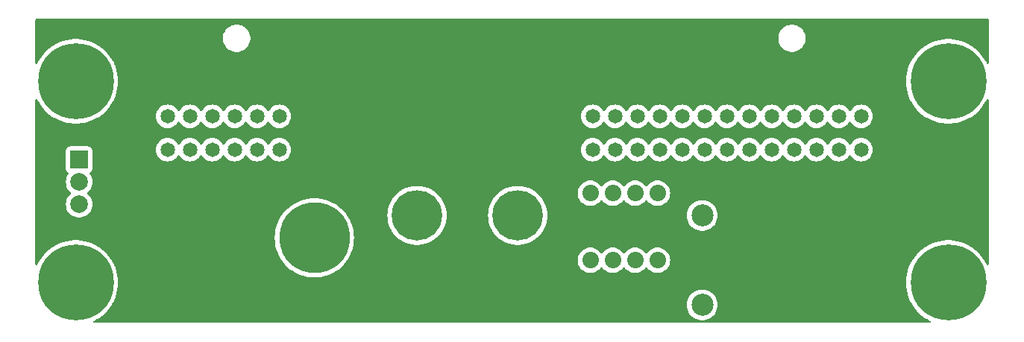
<source format=gbl>
G04 #@! TF.GenerationSoftware,KiCad,Pcbnew,8.0.4*
G04 #@! TF.CreationDate,2024-09-24T23:47:46-04:00*
G04 #@! TF.ProjectId,CommonSlotAdapter,436f6d6d-6f6e-4536-9c6f-744164617074,rev?*
G04 #@! TF.SameCoordinates,Original*
G04 #@! TF.FileFunction,Copper,L2,Bot*
G04 #@! TF.FilePolarity,Positive*
%FSLAX46Y46*%
G04 Gerber Fmt 4.6, Leading zero omitted, Abs format (unit mm)*
G04 Created by KiCad (PCBNEW 8.0.4) date 2024-09-24 23:47:47*
%MOMM*%
%LPD*%
G01*
G04 APERTURE LIST*
G04 #@! TA.AperFunction,ComponentPad*
%ADD10C,2.000000*%
G04 #@! TD*
G04 #@! TA.AperFunction,ComponentPad*
%ADD11R,2.000000X2.000000*%
G04 #@! TD*
G04 #@! TA.AperFunction,ComponentPad*
%ADD12C,1.650000*%
G04 #@! TD*
G04 #@! TA.AperFunction,ComponentPad*
%ADD13C,5.716000*%
G04 #@! TD*
G04 #@! TA.AperFunction,ComponentPad*
%ADD14C,8.000000*%
G04 #@! TD*
G04 #@! TA.AperFunction,ComponentPad*
%ADD15C,8.600000*%
G04 #@! TD*
G04 #@! TA.AperFunction,ComponentPad*
%ADD16C,1.875000*%
G04 #@! TD*
G04 #@! TA.AperFunction,ComponentPad*
%ADD17C,2.500000*%
G04 #@! TD*
G04 APERTURE END LIST*
D10*
X89281000Y-82550000D03*
X89281000Y-80010000D03*
D11*
X89281000Y-77470000D03*
D12*
X178054000Y-72544600D03*
X175514000Y-72544600D03*
X172974000Y-72544600D03*
X170434000Y-72544600D03*
X167894000Y-72544600D03*
X165354000Y-72544600D03*
X162814000Y-72544600D03*
X160274000Y-72544600D03*
X157734000Y-72544600D03*
X155194000Y-72544600D03*
X152654000Y-72544600D03*
X150114000Y-72544600D03*
X147574000Y-72544600D03*
X145034000Y-72544600D03*
X142494000Y-72544600D03*
X139954000Y-72544600D03*
X137414000Y-72544600D03*
X134874000Y-72544600D03*
X132334000Y-72544600D03*
X129794000Y-72544600D03*
X127254000Y-72544600D03*
X124714000Y-72544600D03*
X122174000Y-72544600D03*
X119634000Y-72544600D03*
X117094000Y-72544600D03*
X114554000Y-72544600D03*
X112014000Y-72544600D03*
X109474000Y-72544600D03*
X106934000Y-72544600D03*
X104394000Y-72544600D03*
X101854000Y-72544600D03*
X99314000Y-72544600D03*
X99314000Y-76344600D03*
X101854000Y-76344600D03*
X104394000Y-76344600D03*
X106934000Y-76344600D03*
X109474000Y-76344600D03*
X112014000Y-76344600D03*
X114554000Y-76344600D03*
X117094000Y-76344600D03*
X119634000Y-76344600D03*
X122174000Y-76344600D03*
X124714000Y-76344600D03*
X127254000Y-76344600D03*
X129794000Y-76344600D03*
X132334000Y-76344600D03*
X134874000Y-76344600D03*
X137414000Y-76344600D03*
X139954000Y-76344600D03*
X142494000Y-76344600D03*
X145034000Y-76344600D03*
X147574000Y-76344600D03*
X150114000Y-76344600D03*
X152654000Y-76344600D03*
X155194000Y-76344600D03*
X157734000Y-76344600D03*
X160274000Y-76344600D03*
X162814000Y-76344600D03*
X165354000Y-76344600D03*
X167894000Y-76344600D03*
X170434000Y-76344600D03*
X172974000Y-76344600D03*
X175514000Y-76344600D03*
X178054000Y-76344600D03*
D13*
X139065000Y-91020000D03*
X139065000Y-83820000D03*
X127635000Y-91020000D03*
X127635000Y-83820000D03*
D14*
X104990000Y-86360000D03*
X115990000Y-86360000D03*
D15*
X187960000Y-91440000D03*
X88900000Y-91440000D03*
X187960000Y-68580000D03*
X88900000Y-68580000D03*
D16*
X172720000Y-81280000D03*
X172720000Y-88900000D03*
X175260000Y-81280000D03*
X175260000Y-88900000D03*
X177800000Y-81280000D03*
X177800000Y-88900000D03*
X180340000Y-81280000D03*
X180340000Y-88900000D03*
X147320000Y-81280000D03*
X147320000Y-88900000D03*
X149860000Y-81280000D03*
X149860000Y-88900000D03*
X152400000Y-81280000D03*
X152400000Y-88900000D03*
X154940000Y-81280000D03*
X154940000Y-88900000D03*
D17*
X167640000Y-93980000D03*
X167640000Y-83820000D03*
X160020000Y-93980000D03*
X160020000Y-83820000D03*
G04 #@! TA.AperFunction,Conductor*
G36*
X192482539Y-61480185D02*
G01*
X192528294Y-61532989D01*
X192539500Y-61584500D01*
X192539500Y-66474422D01*
X192519815Y-66541461D01*
X192467011Y-66587216D01*
X192397853Y-66597160D01*
X192334297Y-66568135D01*
X192301479Y-66523158D01*
X192289462Y-66495044D01*
X192278365Y-66474422D01*
X192085137Y-66115345D01*
X192085132Y-66115337D01*
X191847605Y-65755498D01*
X191847595Y-65755485D01*
X191578774Y-65418392D01*
X191578762Y-65418379D01*
X191280794Y-65106730D01*
X191280793Y-65106729D01*
X191280790Y-65106726D01*
X190956080Y-64823035D01*
X190779416Y-64694681D01*
X190607256Y-64569599D01*
X190607251Y-64569596D01*
X190607247Y-64569593D01*
X190237100Y-64348440D01*
X190237095Y-64348437D01*
X190237093Y-64348436D01*
X189848627Y-64161360D01*
X189848613Y-64161354D01*
X189444944Y-64009855D01*
X189444919Y-64009847D01*
X189029295Y-63895142D01*
X188605043Y-63818151D01*
X188605040Y-63818150D01*
X188605036Y-63818150D01*
X188175591Y-63779500D01*
X187744409Y-63779500D01*
X187314964Y-63818150D01*
X187314960Y-63818150D01*
X187314956Y-63818151D01*
X186890704Y-63895142D01*
X186475080Y-64009847D01*
X186475055Y-64009855D01*
X186071386Y-64161354D01*
X186071372Y-64161360D01*
X185682906Y-64348436D01*
X185682904Y-64348437D01*
X185312743Y-64569599D01*
X184963931Y-64823026D01*
X184963914Y-64823039D01*
X184639210Y-65106726D01*
X184639205Y-65106730D01*
X184341237Y-65418379D01*
X184341225Y-65418392D01*
X184072404Y-65755485D01*
X184072394Y-65755498D01*
X183834867Y-66115337D01*
X183834867Y-66115338D01*
X183630537Y-66495044D01*
X183630533Y-66495052D01*
X183461076Y-66891519D01*
X183461073Y-66891527D01*
X183327830Y-67301608D01*
X183231885Y-67721972D01*
X183174006Y-68149253D01*
X183174005Y-68149262D01*
X183154661Y-68579996D01*
X183154661Y-68580003D01*
X183174005Y-69010737D01*
X183174006Y-69010746D01*
X183231885Y-69438027D01*
X183327830Y-69858391D01*
X183461073Y-70268472D01*
X183461076Y-70268480D01*
X183630533Y-70664947D01*
X183630537Y-70664955D01*
X183698647Y-70791523D01*
X183834863Y-71044655D01*
X183834867Y-71044661D01*
X183834867Y-71044662D01*
X184072394Y-71404501D01*
X184072404Y-71404514D01*
X184341225Y-71741607D01*
X184341237Y-71741620D01*
X184532911Y-71942095D01*
X184639210Y-72053274D01*
X184963920Y-72336965D01*
X185312753Y-72590407D01*
X185682900Y-72811560D01*
X185682903Y-72811561D01*
X185682904Y-72811562D01*
X185682906Y-72811563D01*
X186071372Y-72998639D01*
X186071386Y-72998645D01*
X186475055Y-73150144D01*
X186475059Y-73150145D01*
X186475069Y-73150149D01*
X186890711Y-73264859D01*
X187314964Y-73341850D01*
X187744409Y-73380500D01*
X187744416Y-73380500D01*
X188175584Y-73380500D01*
X188175591Y-73380500D01*
X188605036Y-73341850D01*
X189029289Y-73264859D01*
X189444931Y-73150149D01*
X189848619Y-72998643D01*
X190237100Y-72811560D01*
X190607247Y-72590407D01*
X190956080Y-72336965D01*
X191280790Y-72053274D01*
X191578764Y-71741619D01*
X191847601Y-71404507D01*
X192085137Y-71044655D01*
X192289461Y-70664958D01*
X192301478Y-70636841D01*
X192345927Y-70582934D01*
X192412464Y-70561614D01*
X192479966Y-70579652D01*
X192527000Y-70631320D01*
X192539500Y-70685577D01*
X192539500Y-89334422D01*
X192519815Y-89401461D01*
X192467011Y-89447216D01*
X192397853Y-89457160D01*
X192334297Y-89428135D01*
X192301479Y-89383158D01*
X192289462Y-89355044D01*
X192172393Y-89137494D01*
X192085137Y-88975345D01*
X192035406Y-88900005D01*
X191847605Y-88615498D01*
X191847595Y-88615485D01*
X191578774Y-88278392D01*
X191578762Y-88278379D01*
X191280794Y-87966730D01*
X191280793Y-87966729D01*
X191280790Y-87966726D01*
X191052387Y-87767176D01*
X190956085Y-87683039D01*
X190956068Y-87683026D01*
X190607256Y-87429599D01*
X190607251Y-87429596D01*
X190607247Y-87429593D01*
X190237100Y-87208440D01*
X190237095Y-87208437D01*
X190237093Y-87208436D01*
X189848627Y-87021360D01*
X189848613Y-87021354D01*
X189444944Y-86869855D01*
X189444919Y-86869847D01*
X189029295Y-86755142D01*
X188605043Y-86678151D01*
X188605040Y-86678150D01*
X188605036Y-86678150D01*
X188175591Y-86639500D01*
X187744409Y-86639500D01*
X187314964Y-86678150D01*
X187314960Y-86678150D01*
X187314956Y-86678151D01*
X186890704Y-86755142D01*
X186475080Y-86869847D01*
X186475055Y-86869855D01*
X186071386Y-87021354D01*
X186071372Y-87021360D01*
X185682906Y-87208436D01*
X185682904Y-87208437D01*
X185312743Y-87429599D01*
X184963931Y-87683026D01*
X184963914Y-87683039D01*
X184639210Y-87966726D01*
X184639205Y-87966730D01*
X184341237Y-88278379D01*
X184341225Y-88278392D01*
X184072404Y-88615485D01*
X184072394Y-88615498D01*
X183834867Y-88975337D01*
X183834867Y-88975338D01*
X183630537Y-89355044D01*
X183630533Y-89355052D01*
X183461076Y-89751519D01*
X183461073Y-89751527D01*
X183327830Y-90161608D01*
X183231885Y-90581972D01*
X183174006Y-91009253D01*
X183174005Y-91009262D01*
X183154661Y-91439996D01*
X183154661Y-91440003D01*
X183174005Y-91870737D01*
X183174006Y-91870746D01*
X183231885Y-92298027D01*
X183327830Y-92718391D01*
X183461073Y-93128472D01*
X183461076Y-93128480D01*
X183630533Y-93524947D01*
X183630537Y-93524955D01*
X183698647Y-93651523D01*
X183834863Y-93904655D01*
X183834867Y-93904661D01*
X183834867Y-93904662D01*
X184072394Y-94264501D01*
X184072404Y-94264514D01*
X184341225Y-94601607D01*
X184341235Y-94601618D01*
X184341236Y-94601619D01*
X184639210Y-94913274D01*
X184963920Y-95196965D01*
X185312753Y-95450407D01*
X185682900Y-95671560D01*
X185682903Y-95671561D01*
X185682904Y-95671562D01*
X185682906Y-95671563D01*
X185915926Y-95783780D01*
X185967785Y-95830602D01*
X185986098Y-95898030D01*
X185965050Y-95964653D01*
X185911324Y-96009322D01*
X185862124Y-96019500D01*
X90997876Y-96019500D01*
X90930837Y-95999815D01*
X90885082Y-95947011D01*
X90875138Y-95877853D01*
X90904163Y-95814297D01*
X90944074Y-95783780D01*
X91135916Y-95691393D01*
X91177100Y-95671560D01*
X91547247Y-95450407D01*
X91896080Y-95196965D01*
X92220790Y-94913274D01*
X92518764Y-94601619D01*
X92787601Y-94264507D01*
X92975406Y-93979995D01*
X158264592Y-93979995D01*
X158264592Y-93980004D01*
X158284196Y-94241620D01*
X158284197Y-94241625D01*
X158342576Y-94497402D01*
X158342578Y-94497411D01*
X158342580Y-94497416D01*
X158438432Y-94741643D01*
X158569614Y-94968857D01*
X158701736Y-95134533D01*
X158733198Y-95173985D01*
X158914753Y-95342441D01*
X158925521Y-95352433D01*
X159142296Y-95500228D01*
X159142301Y-95500230D01*
X159142302Y-95500231D01*
X159142303Y-95500232D01*
X159267843Y-95560688D01*
X159378673Y-95614061D01*
X159378674Y-95614061D01*
X159378677Y-95614063D01*
X159629385Y-95691396D01*
X159888818Y-95730500D01*
X160151182Y-95730500D01*
X160410615Y-95691396D01*
X160661323Y-95614063D01*
X160897704Y-95500228D01*
X161114479Y-95352433D01*
X161263733Y-95213945D01*
X161306801Y-95173985D01*
X161306801Y-95173983D01*
X161306805Y-95173981D01*
X161470386Y-94968857D01*
X161601568Y-94741643D01*
X161697420Y-94497416D01*
X161755802Y-94241630D01*
X161775408Y-93980000D01*
X161769762Y-93904662D01*
X161755803Y-93718379D01*
X161755802Y-93718374D01*
X161755802Y-93718370D01*
X161697420Y-93462584D01*
X161601568Y-93218357D01*
X161470386Y-92991143D01*
X161306805Y-92786019D01*
X161306804Y-92786018D01*
X161306801Y-92786014D01*
X161114479Y-92607567D01*
X160897704Y-92459772D01*
X160897700Y-92459770D01*
X160897697Y-92459768D01*
X160897696Y-92459767D01*
X160661325Y-92345938D01*
X160661327Y-92345938D01*
X160410623Y-92268606D01*
X160410619Y-92268605D01*
X160410615Y-92268604D01*
X160285823Y-92249794D01*
X160151187Y-92229500D01*
X160151182Y-92229500D01*
X159888818Y-92229500D01*
X159888812Y-92229500D01*
X159727247Y-92253853D01*
X159629385Y-92268604D01*
X159629382Y-92268605D01*
X159629376Y-92268606D01*
X159378673Y-92345938D01*
X159142303Y-92459767D01*
X159142302Y-92459768D01*
X158925520Y-92607567D01*
X158733198Y-92786014D01*
X158569614Y-92991143D01*
X158438432Y-93218356D01*
X158342582Y-93462578D01*
X158342576Y-93462597D01*
X158284197Y-93718374D01*
X158284196Y-93718379D01*
X158264592Y-93979995D01*
X92975406Y-93979995D01*
X93025137Y-93904655D01*
X93229461Y-93524958D01*
X93241479Y-93496842D01*
X93273632Y-93421614D01*
X93398926Y-93128475D01*
X93532168Y-92718397D01*
X93628115Y-92298026D01*
X93685994Y-91870747D01*
X93705339Y-91440000D01*
X93685994Y-91009253D01*
X93628115Y-90581974D01*
X93532168Y-90161603D01*
X93398926Y-89751525D01*
X93273632Y-89458385D01*
X93229466Y-89355052D01*
X93229462Y-89355044D01*
X93112393Y-89137494D01*
X93025137Y-88975345D01*
X92975406Y-88900005D01*
X92787605Y-88615498D01*
X92787595Y-88615485D01*
X92518774Y-88278392D01*
X92518762Y-88278379D01*
X92220794Y-87966730D01*
X92220793Y-87966729D01*
X92220790Y-87966726D01*
X91992387Y-87767176D01*
X91896085Y-87683039D01*
X91896068Y-87683026D01*
X91547256Y-87429599D01*
X91547251Y-87429596D01*
X91547247Y-87429593D01*
X91177100Y-87208440D01*
X91177095Y-87208437D01*
X91177093Y-87208436D01*
X90788627Y-87021360D01*
X90788613Y-87021354D01*
X90384944Y-86869855D01*
X90384919Y-86869847D01*
X89969295Y-86755142D01*
X89545043Y-86678151D01*
X89545040Y-86678150D01*
X89545036Y-86678150D01*
X89115591Y-86639500D01*
X88684409Y-86639500D01*
X88254964Y-86678150D01*
X88254960Y-86678150D01*
X88254956Y-86678151D01*
X87830704Y-86755142D01*
X87415080Y-86869847D01*
X87415055Y-86869855D01*
X87011386Y-87021354D01*
X87011372Y-87021360D01*
X86622906Y-87208436D01*
X86622904Y-87208437D01*
X86252743Y-87429599D01*
X85903931Y-87683026D01*
X85903914Y-87683039D01*
X85579210Y-87966726D01*
X85579205Y-87966730D01*
X85281237Y-88278379D01*
X85281225Y-88278392D01*
X85012404Y-88615485D01*
X85012394Y-88615498D01*
X84774867Y-88975337D01*
X84774867Y-88975338D01*
X84570537Y-89355044D01*
X84558521Y-89383158D01*
X84514072Y-89437066D01*
X84447534Y-89458385D01*
X84380033Y-89440347D01*
X84333000Y-89388678D01*
X84320500Y-89334422D01*
X84320500Y-86360000D01*
X111484693Y-86360000D01*
X111503912Y-86775697D01*
X111503912Y-86775702D01*
X111503913Y-86775707D01*
X111561403Y-87187845D01*
X111561405Y-87187853D01*
X111656679Y-87592933D01*
X111788929Y-87987514D01*
X111957010Y-88368177D01*
X111957020Y-88368198D01*
X112159506Y-88731731D01*
X112159509Y-88731735D01*
X112159511Y-88731739D01*
X112394687Y-89075054D01*
X112394689Y-89075056D01*
X112394696Y-89075066D01*
X112650533Y-89383158D01*
X112660538Y-89395206D01*
X112954794Y-89689462D01*
X112954805Y-89689471D01*
X113274933Y-89955303D01*
X113274939Y-89955307D01*
X113274946Y-89955313D01*
X113618261Y-90190489D01*
X113618267Y-90190492D01*
X113618268Y-90190493D01*
X113673751Y-90221397D01*
X113981812Y-90392985D01*
X114172153Y-90477029D01*
X114362485Y-90561070D01*
X114362488Y-90561071D01*
X114362495Y-90561074D01*
X114757064Y-90693320D01*
X115162152Y-90788596D01*
X115574303Y-90846088D01*
X115990000Y-90865307D01*
X116405697Y-90846088D01*
X116817848Y-90788596D01*
X117222936Y-90693320D01*
X117617505Y-90561074D01*
X117998188Y-90392985D01*
X118361739Y-90190489D01*
X118705054Y-89955313D01*
X119025206Y-89689462D01*
X119319462Y-89395206D01*
X119585313Y-89075054D01*
X119705232Y-88899994D01*
X145877072Y-88899994D01*
X145877072Y-88900005D01*
X145896751Y-89137494D01*
X145955254Y-89368518D01*
X146050982Y-89586757D01*
X146181322Y-89786259D01*
X146181325Y-89786263D01*
X146181327Y-89786265D01*
X146342731Y-89961597D01*
X146342734Y-89961599D01*
X146342737Y-89961602D01*
X146530784Y-90107965D01*
X146530790Y-90107969D01*
X146530793Y-90107971D01*
X146740382Y-90221395D01*
X146965782Y-90298775D01*
X147200844Y-90338000D01*
X147200845Y-90338000D01*
X147439155Y-90338000D01*
X147439156Y-90338000D01*
X147674218Y-90298775D01*
X147899618Y-90221395D01*
X148109207Y-90107971D01*
X148297269Y-89961597D01*
X148458673Y-89786265D01*
X148458677Y-89786259D01*
X148486191Y-89744146D01*
X148539338Y-89698789D01*
X148608569Y-89689365D01*
X148671905Y-89718867D01*
X148693809Y-89744146D01*
X148721322Y-89786259D01*
X148721325Y-89786263D01*
X148721327Y-89786265D01*
X148882731Y-89961597D01*
X148882734Y-89961599D01*
X148882737Y-89961602D01*
X149070784Y-90107965D01*
X149070790Y-90107969D01*
X149070793Y-90107971D01*
X149280382Y-90221395D01*
X149505782Y-90298775D01*
X149740844Y-90338000D01*
X149740845Y-90338000D01*
X149979155Y-90338000D01*
X149979156Y-90338000D01*
X150214218Y-90298775D01*
X150439618Y-90221395D01*
X150649207Y-90107971D01*
X150837269Y-89961597D01*
X150998673Y-89786265D01*
X150998677Y-89786259D01*
X151026191Y-89744146D01*
X151079338Y-89698789D01*
X151148569Y-89689365D01*
X151211905Y-89718867D01*
X151233809Y-89744146D01*
X151261322Y-89786259D01*
X151261325Y-89786263D01*
X151261327Y-89786265D01*
X151422731Y-89961597D01*
X151422734Y-89961599D01*
X151422737Y-89961602D01*
X151610784Y-90107965D01*
X151610790Y-90107969D01*
X151610793Y-90107971D01*
X151820382Y-90221395D01*
X152045782Y-90298775D01*
X152280844Y-90338000D01*
X152280845Y-90338000D01*
X152519155Y-90338000D01*
X152519156Y-90338000D01*
X152754218Y-90298775D01*
X152979618Y-90221395D01*
X153189207Y-90107971D01*
X153377269Y-89961597D01*
X153538673Y-89786265D01*
X153538677Y-89786259D01*
X153566191Y-89744146D01*
X153619338Y-89698789D01*
X153688569Y-89689365D01*
X153751905Y-89718867D01*
X153773809Y-89744146D01*
X153801322Y-89786259D01*
X153801325Y-89786263D01*
X153801327Y-89786265D01*
X153962731Y-89961597D01*
X153962734Y-89961599D01*
X153962737Y-89961602D01*
X154150784Y-90107965D01*
X154150790Y-90107969D01*
X154150793Y-90107971D01*
X154360382Y-90221395D01*
X154585782Y-90298775D01*
X154820844Y-90338000D01*
X154820845Y-90338000D01*
X155059155Y-90338000D01*
X155059156Y-90338000D01*
X155294218Y-90298775D01*
X155519618Y-90221395D01*
X155729207Y-90107971D01*
X155917269Y-89961597D01*
X156078673Y-89786265D01*
X156209017Y-89586758D01*
X156304746Y-89368518D01*
X156363248Y-89137498D01*
X156382928Y-88900000D01*
X156363248Y-88662502D01*
X156304746Y-88431482D01*
X156209017Y-88213242D01*
X156135824Y-88101211D01*
X156078677Y-88013740D01*
X156078674Y-88013737D01*
X156078673Y-88013735D01*
X155917269Y-87838403D01*
X155917264Y-87838399D01*
X155917262Y-87838397D01*
X155729215Y-87692034D01*
X155729209Y-87692030D01*
X155519619Y-87578605D01*
X155519610Y-87578602D01*
X155294220Y-87501225D01*
X155137510Y-87475075D01*
X155059156Y-87462000D01*
X154820844Y-87462000D01*
X154762078Y-87471806D01*
X154585779Y-87501225D01*
X154360389Y-87578602D01*
X154360380Y-87578605D01*
X154150790Y-87692030D01*
X154150784Y-87692034D01*
X153962737Y-87838397D01*
X153962734Y-87838400D01*
X153801322Y-88013740D01*
X153773809Y-88055854D01*
X153720662Y-88101211D01*
X153651431Y-88110635D01*
X153588095Y-88081133D01*
X153566191Y-88055854D01*
X153538677Y-88013740D01*
X153538674Y-88013737D01*
X153538673Y-88013735D01*
X153377269Y-87838403D01*
X153377264Y-87838399D01*
X153377262Y-87838397D01*
X153189215Y-87692034D01*
X153189209Y-87692030D01*
X152979619Y-87578605D01*
X152979610Y-87578602D01*
X152754220Y-87501225D01*
X152597510Y-87475075D01*
X152519156Y-87462000D01*
X152280844Y-87462000D01*
X152222078Y-87471806D01*
X152045779Y-87501225D01*
X151820389Y-87578602D01*
X151820380Y-87578605D01*
X151610790Y-87692030D01*
X151610784Y-87692034D01*
X151422737Y-87838397D01*
X151422734Y-87838400D01*
X151261322Y-88013740D01*
X151233809Y-88055854D01*
X151180662Y-88101211D01*
X151111431Y-88110635D01*
X151048095Y-88081133D01*
X151026191Y-88055854D01*
X150998677Y-88013740D01*
X150998674Y-88013737D01*
X150998673Y-88013735D01*
X150837269Y-87838403D01*
X150837264Y-87838399D01*
X150837262Y-87838397D01*
X150649215Y-87692034D01*
X150649209Y-87692030D01*
X150439619Y-87578605D01*
X150439610Y-87578602D01*
X150214220Y-87501225D01*
X150057510Y-87475075D01*
X149979156Y-87462000D01*
X149740844Y-87462000D01*
X149682078Y-87471806D01*
X149505779Y-87501225D01*
X149280389Y-87578602D01*
X149280380Y-87578605D01*
X149070790Y-87692030D01*
X149070784Y-87692034D01*
X148882737Y-87838397D01*
X148882734Y-87838400D01*
X148721322Y-88013740D01*
X148693809Y-88055854D01*
X148640662Y-88101211D01*
X148571431Y-88110635D01*
X148508095Y-88081133D01*
X148486191Y-88055854D01*
X148458677Y-88013740D01*
X148458674Y-88013737D01*
X148458673Y-88013735D01*
X148297269Y-87838403D01*
X148297264Y-87838399D01*
X148297262Y-87838397D01*
X148109215Y-87692034D01*
X148109209Y-87692030D01*
X147899619Y-87578605D01*
X147899610Y-87578602D01*
X147674220Y-87501225D01*
X147517510Y-87475075D01*
X147439156Y-87462000D01*
X147200844Y-87462000D01*
X147142078Y-87471806D01*
X146965779Y-87501225D01*
X146740389Y-87578602D01*
X146740380Y-87578605D01*
X146530790Y-87692030D01*
X146530784Y-87692034D01*
X146342737Y-87838397D01*
X146342734Y-87838400D01*
X146181322Y-88013740D01*
X146050982Y-88213242D01*
X145955254Y-88431481D01*
X145896751Y-88662505D01*
X145877072Y-88899994D01*
X119705232Y-88899994D01*
X119820489Y-88731739D01*
X120022985Y-88368188D01*
X120191074Y-87987505D01*
X120323320Y-87592936D01*
X120418596Y-87187848D01*
X120476088Y-86775697D01*
X120495307Y-86360000D01*
X120476088Y-85944303D01*
X120418596Y-85532152D01*
X120323320Y-85127064D01*
X120191074Y-84732495D01*
X120022985Y-84351812D01*
X119872489Y-84081620D01*
X119820493Y-83988268D01*
X119820492Y-83988267D01*
X119820489Y-83988261D01*
X119705226Y-83819997D01*
X124271567Y-83819997D01*
X124271567Y-83820002D01*
X124291283Y-84183648D01*
X124350203Y-84543044D01*
X124350204Y-84543047D01*
X124447629Y-84893943D01*
X124447630Y-84893945D01*
X124582426Y-85232259D01*
X124582431Y-85232269D01*
X124741415Y-85532146D01*
X124753021Y-85554036D01*
X124753023Y-85554040D01*
X124957393Y-85855462D01*
X125193162Y-86133030D01*
X125457558Y-86383480D01*
X125457559Y-86383481D01*
X125629672Y-86514317D01*
X125747485Y-86603876D01*
X126059540Y-86791634D01*
X126059544Y-86791635D01*
X126059548Y-86791638D01*
X126228603Y-86869851D01*
X126390065Y-86944551D01*
X126735186Y-87060836D01*
X127090857Y-87139125D01*
X127452907Y-87178500D01*
X127452913Y-87178500D01*
X127817087Y-87178500D01*
X127817093Y-87178500D01*
X128179143Y-87139125D01*
X128534814Y-87060836D01*
X128879935Y-86944551D01*
X129210460Y-86791634D01*
X129522515Y-86603876D01*
X129812440Y-86383481D01*
X130076837Y-86133031D01*
X130312606Y-85855463D01*
X130516982Y-85554031D01*
X130687569Y-85232269D01*
X130822368Y-84893949D01*
X130919798Y-84543039D01*
X130978716Y-84183651D01*
X130998433Y-83820000D01*
X130998433Y-83819997D01*
X135701567Y-83819997D01*
X135701567Y-83820002D01*
X135721283Y-84183648D01*
X135780203Y-84543044D01*
X135780204Y-84543047D01*
X135877629Y-84893943D01*
X135877630Y-84893945D01*
X136012426Y-85232259D01*
X136012431Y-85232269D01*
X136171415Y-85532146D01*
X136183021Y-85554036D01*
X136183023Y-85554040D01*
X136387393Y-85855462D01*
X136623162Y-86133030D01*
X136887558Y-86383480D01*
X136887559Y-86383481D01*
X137059672Y-86514317D01*
X137177485Y-86603876D01*
X137489540Y-86791634D01*
X137489544Y-86791635D01*
X137489548Y-86791638D01*
X137658603Y-86869851D01*
X137820065Y-86944551D01*
X138165186Y-87060836D01*
X138520857Y-87139125D01*
X138882907Y-87178500D01*
X138882913Y-87178500D01*
X139247087Y-87178500D01*
X139247093Y-87178500D01*
X139609143Y-87139125D01*
X139964814Y-87060836D01*
X140309935Y-86944551D01*
X140640460Y-86791634D01*
X140952515Y-86603876D01*
X141242440Y-86383481D01*
X141506837Y-86133031D01*
X141742606Y-85855463D01*
X141946982Y-85554031D01*
X142117569Y-85232269D01*
X142252368Y-84893949D01*
X142349798Y-84543039D01*
X142408716Y-84183651D01*
X142428433Y-83820000D01*
X142428433Y-83819995D01*
X158264592Y-83819995D01*
X158264592Y-83820004D01*
X158284196Y-84081620D01*
X158284197Y-84081625D01*
X158342576Y-84337402D01*
X158342578Y-84337411D01*
X158342580Y-84337416D01*
X158438432Y-84581643D01*
X158569614Y-84808857D01*
X158637473Y-84893949D01*
X158733198Y-85013985D01*
X158855072Y-85127066D01*
X158925521Y-85192433D01*
X159142296Y-85340228D01*
X159142301Y-85340230D01*
X159142302Y-85340231D01*
X159142303Y-85340232D01*
X159267843Y-85400688D01*
X159378673Y-85454061D01*
X159378674Y-85454061D01*
X159378677Y-85454063D01*
X159629385Y-85531396D01*
X159888818Y-85570500D01*
X160151182Y-85570500D01*
X160410615Y-85531396D01*
X160661323Y-85454063D01*
X160897704Y-85340228D01*
X161114479Y-85192433D01*
X161306805Y-85013981D01*
X161470386Y-84808857D01*
X161601568Y-84581643D01*
X161697420Y-84337416D01*
X161755802Y-84081630D01*
X161761202Y-84009570D01*
X161775408Y-83820004D01*
X161775408Y-83819995D01*
X161755803Y-83558379D01*
X161755802Y-83558374D01*
X161755802Y-83558370D01*
X161697420Y-83302584D01*
X161601568Y-83058357D01*
X161470386Y-82831143D01*
X161306805Y-82626019D01*
X161306804Y-82626018D01*
X161306801Y-82626014D01*
X161114479Y-82447567D01*
X160897704Y-82299772D01*
X160897700Y-82299770D01*
X160897697Y-82299768D01*
X160897696Y-82299767D01*
X160661325Y-82185938D01*
X160661327Y-82185938D01*
X160410623Y-82108606D01*
X160410619Y-82108605D01*
X160410615Y-82108604D01*
X160260445Y-82085969D01*
X160151187Y-82069500D01*
X160151182Y-82069500D01*
X159888818Y-82069500D01*
X159888812Y-82069500D01*
X159727247Y-82093853D01*
X159629385Y-82108604D01*
X159629382Y-82108605D01*
X159629376Y-82108606D01*
X159378673Y-82185938D01*
X159142303Y-82299767D01*
X159142302Y-82299768D01*
X159142296Y-82299771D01*
X159142296Y-82299772D01*
X159138766Y-82302179D01*
X158925520Y-82447567D01*
X158733198Y-82626014D01*
X158569614Y-82831143D01*
X158438432Y-83058356D01*
X158342582Y-83302578D01*
X158342576Y-83302597D01*
X158284197Y-83558374D01*
X158284196Y-83558379D01*
X158264592Y-83819995D01*
X142428433Y-83819995D01*
X142418941Y-83644943D01*
X142414248Y-83558370D01*
X142408716Y-83456349D01*
X142349798Y-83096961D01*
X142266742Y-82797821D01*
X142252370Y-82746056D01*
X142252369Y-82746054D01*
X142117573Y-82407740D01*
X142117564Y-82407722D01*
X141946982Y-82085969D01*
X141946978Y-82085963D01*
X141946976Y-82085959D01*
X141742606Y-81784537D01*
X141506837Y-81506969D01*
X141267223Y-81279994D01*
X145877072Y-81279994D01*
X145877072Y-81280005D01*
X145896751Y-81517494D01*
X145955254Y-81748518D01*
X146050982Y-81966757D01*
X146181322Y-82166259D01*
X146181325Y-82166263D01*
X146181327Y-82166265D01*
X146342731Y-82341597D01*
X146342734Y-82341599D01*
X146342737Y-82341602D01*
X146530784Y-82487965D01*
X146530790Y-82487969D01*
X146530793Y-82487971D01*
X146740382Y-82601395D01*
X146965782Y-82678775D01*
X147200844Y-82718000D01*
X147200845Y-82718000D01*
X147439155Y-82718000D01*
X147439156Y-82718000D01*
X147674218Y-82678775D01*
X147899618Y-82601395D01*
X148109207Y-82487971D01*
X148297269Y-82341597D01*
X148458673Y-82166265D01*
X148486191Y-82124146D01*
X148539338Y-82078789D01*
X148608569Y-82069365D01*
X148671905Y-82098867D01*
X148693809Y-82124146D01*
X148721322Y-82166259D01*
X148721325Y-82166263D01*
X148721327Y-82166265D01*
X148882731Y-82341597D01*
X148882734Y-82341599D01*
X148882737Y-82341602D01*
X149070784Y-82487965D01*
X149070790Y-82487969D01*
X149070793Y-82487971D01*
X149280382Y-82601395D01*
X149505782Y-82678775D01*
X149740844Y-82718000D01*
X149740845Y-82718000D01*
X149979155Y-82718000D01*
X149979156Y-82718000D01*
X150214218Y-82678775D01*
X150439618Y-82601395D01*
X150649207Y-82487971D01*
X150837269Y-82341597D01*
X150998673Y-82166265D01*
X151026191Y-82124146D01*
X151079338Y-82078789D01*
X151148569Y-82069365D01*
X151211905Y-82098867D01*
X151233809Y-82124146D01*
X151261322Y-82166259D01*
X151261325Y-82166263D01*
X151261327Y-82166265D01*
X151422731Y-82341597D01*
X151422734Y-82341599D01*
X151422737Y-82341602D01*
X151610784Y-82487965D01*
X151610790Y-82487969D01*
X151610793Y-82487971D01*
X151820382Y-82601395D01*
X152045782Y-82678775D01*
X152280844Y-82718000D01*
X152280845Y-82718000D01*
X152519155Y-82718000D01*
X152519156Y-82718000D01*
X152754218Y-82678775D01*
X152979618Y-82601395D01*
X153189207Y-82487971D01*
X153377269Y-82341597D01*
X153538673Y-82166265D01*
X153566191Y-82124146D01*
X153619338Y-82078789D01*
X153688569Y-82069365D01*
X153751905Y-82098867D01*
X153773809Y-82124146D01*
X153801322Y-82166259D01*
X153801325Y-82166263D01*
X153801327Y-82166265D01*
X153962731Y-82341597D01*
X153962734Y-82341599D01*
X153962737Y-82341602D01*
X154150784Y-82487965D01*
X154150790Y-82487969D01*
X154150793Y-82487971D01*
X154360382Y-82601395D01*
X154585782Y-82678775D01*
X154820844Y-82718000D01*
X154820845Y-82718000D01*
X155059155Y-82718000D01*
X155059156Y-82718000D01*
X155294218Y-82678775D01*
X155519618Y-82601395D01*
X155729207Y-82487971D01*
X155917269Y-82341597D01*
X156078673Y-82166265D01*
X156209017Y-81966758D01*
X156304746Y-81748518D01*
X156363248Y-81517498D01*
X156371994Y-81411943D01*
X156382928Y-81280005D01*
X156382928Y-81279994D01*
X156363248Y-81042505D01*
X156363248Y-81042502D01*
X156304746Y-80811482D01*
X156209017Y-80593242D01*
X156148671Y-80500875D01*
X156078677Y-80393740D01*
X156078674Y-80393737D01*
X156078673Y-80393735D01*
X155917269Y-80218403D01*
X155917264Y-80218399D01*
X155917262Y-80218397D01*
X155729215Y-80072034D01*
X155729209Y-80072030D01*
X155519619Y-79958605D01*
X155519610Y-79958602D01*
X155294220Y-79881225D01*
X155137510Y-79855075D01*
X155059156Y-79842000D01*
X154820844Y-79842000D01*
X154762078Y-79851806D01*
X154585779Y-79881225D01*
X154360389Y-79958602D01*
X154360380Y-79958605D01*
X154150790Y-80072030D01*
X154150784Y-80072034D01*
X153962737Y-80218397D01*
X153962734Y-80218400D01*
X153801322Y-80393740D01*
X153773809Y-80435854D01*
X153720662Y-80481211D01*
X153651431Y-80490635D01*
X153588095Y-80461133D01*
X153566191Y-80435854D01*
X153538677Y-80393740D01*
X153538674Y-80393737D01*
X153538673Y-80393735D01*
X153377269Y-80218403D01*
X153377264Y-80218399D01*
X153377262Y-80218397D01*
X153189215Y-80072034D01*
X153189209Y-80072030D01*
X152979619Y-79958605D01*
X152979610Y-79958602D01*
X152754220Y-79881225D01*
X152597510Y-79855075D01*
X152519156Y-79842000D01*
X152280844Y-79842000D01*
X152222078Y-79851806D01*
X152045779Y-79881225D01*
X151820389Y-79958602D01*
X151820380Y-79958605D01*
X151610790Y-80072030D01*
X151610784Y-80072034D01*
X151422737Y-80218397D01*
X151422734Y-80218400D01*
X151261322Y-80393740D01*
X151233809Y-80435854D01*
X151180662Y-80481211D01*
X151111431Y-80490635D01*
X151048095Y-80461133D01*
X151026191Y-80435854D01*
X150998677Y-80393740D01*
X150998674Y-80393737D01*
X150998673Y-80393735D01*
X150837269Y-80218403D01*
X150837264Y-80218399D01*
X150837262Y-80218397D01*
X150649215Y-80072034D01*
X150649209Y-80072030D01*
X150439619Y-79958605D01*
X150439610Y-79958602D01*
X150214220Y-79881225D01*
X150057510Y-79855075D01*
X149979156Y-79842000D01*
X149740844Y-79842000D01*
X149682078Y-79851806D01*
X149505779Y-79881225D01*
X149280389Y-79958602D01*
X149280380Y-79958605D01*
X149070790Y-80072030D01*
X149070784Y-80072034D01*
X148882737Y-80218397D01*
X148882734Y-80218400D01*
X148721322Y-80393740D01*
X148693809Y-80435854D01*
X148640662Y-80481211D01*
X148571431Y-80490635D01*
X148508095Y-80461133D01*
X148486191Y-80435854D01*
X148458677Y-80393740D01*
X148458674Y-80393737D01*
X148458673Y-80393735D01*
X148297269Y-80218403D01*
X148297264Y-80218399D01*
X148297262Y-80218397D01*
X148109215Y-80072034D01*
X148109209Y-80072030D01*
X147899619Y-79958605D01*
X147899610Y-79958602D01*
X147674220Y-79881225D01*
X147517510Y-79855075D01*
X147439156Y-79842000D01*
X147200844Y-79842000D01*
X147142078Y-79851806D01*
X146965779Y-79881225D01*
X146740389Y-79958602D01*
X146740380Y-79958605D01*
X146530790Y-80072030D01*
X146530784Y-80072034D01*
X146342737Y-80218397D01*
X146342734Y-80218400D01*
X146181322Y-80393740D01*
X146050982Y-80593242D01*
X145955254Y-80811481D01*
X145896751Y-81042505D01*
X145877072Y-81279994D01*
X141267223Y-81279994D01*
X141242441Y-81256519D01*
X141242440Y-81256518D01*
X140952512Y-81036122D01*
X140640464Y-80848368D01*
X140640451Y-80848361D01*
X140309945Y-80695453D01*
X140309940Y-80695451D01*
X140309935Y-80695449D01*
X140141708Y-80638766D01*
X139964813Y-80579163D01*
X139609141Y-80500874D01*
X139247094Y-80461500D01*
X139247093Y-80461500D01*
X138882907Y-80461500D01*
X138882905Y-80461500D01*
X138520858Y-80500874D01*
X138165186Y-80579163D01*
X137898399Y-80669055D01*
X137820065Y-80695449D01*
X137820062Y-80695450D01*
X137820054Y-80695453D01*
X137489548Y-80848361D01*
X137489535Y-80848368D01*
X137177487Y-81036122D01*
X136887559Y-81256518D01*
X136887558Y-81256519D01*
X136623162Y-81506969D01*
X136387393Y-81784537D01*
X136183023Y-82085959D01*
X136183021Y-82085963D01*
X136012435Y-82407722D01*
X136012426Y-82407740D01*
X135877630Y-82746054D01*
X135877629Y-82746056D01*
X135780204Y-83096952D01*
X135780203Y-83096955D01*
X135721283Y-83456351D01*
X135701567Y-83819997D01*
X130998433Y-83819997D01*
X130988941Y-83644943D01*
X130984248Y-83558370D01*
X130978716Y-83456349D01*
X130919798Y-83096961D01*
X130836742Y-82797821D01*
X130822370Y-82746056D01*
X130822369Y-82746054D01*
X130687573Y-82407740D01*
X130687564Y-82407722D01*
X130516982Y-82085969D01*
X130516978Y-82085963D01*
X130516976Y-82085959D01*
X130312606Y-81784537D01*
X130076837Y-81506969D01*
X129812441Y-81256519D01*
X129812440Y-81256518D01*
X129522512Y-81036122D01*
X129210464Y-80848368D01*
X129210451Y-80848361D01*
X128879945Y-80695453D01*
X128879940Y-80695451D01*
X128879935Y-80695449D01*
X128711708Y-80638766D01*
X128534813Y-80579163D01*
X128179141Y-80500874D01*
X127817094Y-80461500D01*
X127817093Y-80461500D01*
X127452907Y-80461500D01*
X127452905Y-80461500D01*
X127090858Y-80500874D01*
X126735186Y-80579163D01*
X126468399Y-80669055D01*
X126390065Y-80695449D01*
X126390062Y-80695450D01*
X126390054Y-80695453D01*
X126059548Y-80848361D01*
X126059535Y-80848368D01*
X125747487Y-81036122D01*
X125457559Y-81256518D01*
X125457558Y-81256519D01*
X125193162Y-81506969D01*
X124957393Y-81784537D01*
X124753023Y-82085959D01*
X124753021Y-82085963D01*
X124582435Y-82407722D01*
X124582426Y-82407740D01*
X124447630Y-82746054D01*
X124447629Y-82746056D01*
X124350204Y-83096952D01*
X124350203Y-83096955D01*
X124291283Y-83456351D01*
X124271567Y-83819997D01*
X119705226Y-83819997D01*
X119585313Y-83644946D01*
X119585307Y-83644939D01*
X119585303Y-83644933D01*
X119319471Y-83324805D01*
X119319462Y-83324794D01*
X119025206Y-83030538D01*
X119025194Y-83030528D01*
X118705066Y-82764696D01*
X118705056Y-82764689D01*
X118705054Y-82764687D01*
X118361739Y-82529511D01*
X118361735Y-82529509D01*
X118361731Y-82529506D01*
X117998198Y-82327020D01*
X117998177Y-82327010D01*
X117617514Y-82158929D01*
X117222933Y-82026679D01*
X116817853Y-81931405D01*
X116817845Y-81931403D01*
X116405707Y-81873913D01*
X116405702Y-81873912D01*
X116405697Y-81873912D01*
X115990000Y-81854693D01*
X115574303Y-81873912D01*
X115574297Y-81873912D01*
X115574292Y-81873913D01*
X115162154Y-81931403D01*
X115162146Y-81931405D01*
X114757066Y-82026679D01*
X114362485Y-82158929D01*
X113981822Y-82327010D01*
X113981801Y-82327020D01*
X113618268Y-82529506D01*
X113618262Y-82529510D01*
X113274943Y-82764689D01*
X113274933Y-82764696D01*
X112954805Y-83030528D01*
X112954785Y-83030546D01*
X112660546Y-83324785D01*
X112660528Y-83324805D01*
X112394696Y-83644933D01*
X112394689Y-83644943D01*
X112159510Y-83988262D01*
X112159506Y-83988268D01*
X111957020Y-84351801D01*
X111957010Y-84351822D01*
X111788929Y-84732485D01*
X111656679Y-85127066D01*
X111561405Y-85532146D01*
X111561403Y-85532154D01*
X111503913Y-85944292D01*
X111503912Y-85944297D01*
X111503912Y-85944303D01*
X111484693Y-86360000D01*
X84320500Y-86360000D01*
X84320500Y-80009994D01*
X87775357Y-80009994D01*
X87775357Y-80010005D01*
X87795890Y-80257812D01*
X87795892Y-80257824D01*
X87856936Y-80498881D01*
X87956826Y-80726606D01*
X88092833Y-80934782D01*
X88092836Y-80934785D01*
X88261256Y-81117738D01*
X88344008Y-81182147D01*
X88384821Y-81238857D01*
X88388496Y-81308630D01*
X88353864Y-81369313D01*
X88344014Y-81377848D01*
X88285400Y-81423469D01*
X88261257Y-81442261D01*
X88092833Y-81625217D01*
X87956826Y-81833393D01*
X87856936Y-82061118D01*
X87795892Y-82302175D01*
X87795890Y-82302187D01*
X87775357Y-82549994D01*
X87775357Y-82550005D01*
X87795890Y-82797812D01*
X87795892Y-82797824D01*
X87856936Y-83038881D01*
X87956826Y-83266606D01*
X88092833Y-83474782D01*
X88092836Y-83474785D01*
X88261256Y-83657738D01*
X88457491Y-83810474D01*
X88676190Y-83928828D01*
X88911386Y-84009571D01*
X89156665Y-84050500D01*
X89405335Y-84050500D01*
X89650614Y-84009571D01*
X89885810Y-83928828D01*
X90104509Y-83810474D01*
X90300744Y-83657738D01*
X90469164Y-83474785D01*
X90605173Y-83266607D01*
X90705063Y-83038881D01*
X90766108Y-82797821D01*
X90768853Y-82764696D01*
X90786643Y-82550005D01*
X90786643Y-82549994D01*
X90766109Y-82302187D01*
X90766107Y-82302175D01*
X90705063Y-82061118D01*
X90605173Y-81833393D01*
X90469166Y-81625217D01*
X90447557Y-81601744D01*
X90300744Y-81442262D01*
X90217991Y-81377852D01*
X90177179Y-81321143D01*
X90173504Y-81251370D01*
X90208136Y-81190687D01*
X90217985Y-81182151D01*
X90300744Y-81117738D01*
X90469164Y-80934785D01*
X90605173Y-80726607D01*
X90705063Y-80498881D01*
X90766108Y-80257821D01*
X90766109Y-80257812D01*
X90786643Y-80010005D01*
X90786643Y-80009994D01*
X90766109Y-79762187D01*
X90766107Y-79762175D01*
X90705063Y-79521118D01*
X90605174Y-79293396D01*
X90605173Y-79293393D01*
X90474256Y-79093009D01*
X90454070Y-79026122D01*
X90473250Y-78958936D01*
X90518642Y-78916356D01*
X90523323Y-78913798D01*
X90523331Y-78913796D01*
X90638546Y-78827546D01*
X90724796Y-78712331D01*
X90775091Y-78577483D01*
X90781500Y-78517873D01*
X90781499Y-76422128D01*
X90775091Y-76362517D01*
X90768408Y-76344600D01*
X90768407Y-76344598D01*
X97983437Y-76344598D01*
X97983437Y-76344601D01*
X98003650Y-76575644D01*
X98003651Y-76575651D01*
X98063678Y-76799674D01*
X98063679Y-76799676D01*
X98063680Y-76799679D01*
X98161699Y-77009882D01*
X98294730Y-77199869D01*
X98458731Y-77363870D01*
X98648718Y-77496901D01*
X98858921Y-77594920D01*
X99082950Y-77654949D01*
X99247985Y-77669387D01*
X99313998Y-77675163D01*
X99314000Y-77675163D01*
X99314002Y-77675163D01*
X99371762Y-77670109D01*
X99545050Y-77654949D01*
X99769079Y-77594920D01*
X99979282Y-77496901D01*
X100169269Y-77363870D01*
X100333270Y-77199869D01*
X100466301Y-77009882D01*
X100471618Y-76998478D01*
X100517790Y-76946040D01*
X100584984Y-76926888D01*
X100651865Y-76947104D01*
X100696381Y-76998478D01*
X100701699Y-77009882D01*
X100834730Y-77199869D01*
X100998731Y-77363870D01*
X101188718Y-77496901D01*
X101398921Y-77594920D01*
X101622950Y-77654949D01*
X101787985Y-77669387D01*
X101853998Y-77675163D01*
X101854000Y-77675163D01*
X101854002Y-77675163D01*
X101911762Y-77670109D01*
X102085050Y-77654949D01*
X102309079Y-77594920D01*
X102519282Y-77496901D01*
X102709269Y-77363870D01*
X102873270Y-77199869D01*
X103006301Y-77009882D01*
X103011618Y-76998478D01*
X103057790Y-76946040D01*
X103124984Y-76926888D01*
X103191865Y-76947104D01*
X103236381Y-76998478D01*
X103241699Y-77009882D01*
X103374730Y-77199869D01*
X103538731Y-77363870D01*
X103728718Y-77496901D01*
X103938921Y-77594920D01*
X104162950Y-77654949D01*
X104327985Y-77669387D01*
X104393998Y-77675163D01*
X104394000Y-77675163D01*
X104394002Y-77675163D01*
X104451762Y-77670109D01*
X104625050Y-77654949D01*
X104849079Y-77594920D01*
X105059282Y-77496901D01*
X105249269Y-77363870D01*
X105413270Y-77199869D01*
X105546301Y-77009882D01*
X105551618Y-76998478D01*
X105597790Y-76946040D01*
X105664984Y-76926888D01*
X105731865Y-76947104D01*
X105776381Y-76998478D01*
X105781699Y-77009882D01*
X105914730Y-77199869D01*
X106078731Y-77363870D01*
X106268718Y-77496901D01*
X106478921Y-77594920D01*
X106702950Y-77654949D01*
X106867985Y-77669387D01*
X106933998Y-77675163D01*
X106934000Y-77675163D01*
X106934002Y-77675163D01*
X106991762Y-77670109D01*
X107165050Y-77654949D01*
X107389079Y-77594920D01*
X107599282Y-77496901D01*
X107789269Y-77363870D01*
X107953270Y-77199869D01*
X108086301Y-77009882D01*
X108091618Y-76998478D01*
X108137790Y-76946040D01*
X108204984Y-76926888D01*
X108271865Y-76947104D01*
X108316381Y-76998478D01*
X108321699Y-77009882D01*
X108454730Y-77199869D01*
X108618731Y-77363870D01*
X108808718Y-77496901D01*
X109018921Y-77594920D01*
X109242950Y-77654949D01*
X109407985Y-77669387D01*
X109473998Y-77675163D01*
X109474000Y-77675163D01*
X109474002Y-77675163D01*
X109531762Y-77670109D01*
X109705050Y-77654949D01*
X109929079Y-77594920D01*
X110139282Y-77496901D01*
X110329269Y-77363870D01*
X110493270Y-77199869D01*
X110626301Y-77009882D01*
X110631618Y-76998478D01*
X110677790Y-76946040D01*
X110744984Y-76926888D01*
X110811865Y-76947104D01*
X110856381Y-76998478D01*
X110861699Y-77009882D01*
X110994730Y-77199869D01*
X111158731Y-77363870D01*
X111348718Y-77496901D01*
X111558921Y-77594920D01*
X111782950Y-77654949D01*
X111947985Y-77669387D01*
X112013998Y-77675163D01*
X112014000Y-77675163D01*
X112014002Y-77675163D01*
X112071762Y-77670109D01*
X112245050Y-77654949D01*
X112469079Y-77594920D01*
X112679282Y-77496901D01*
X112869269Y-77363870D01*
X113033270Y-77199869D01*
X113166301Y-77009882D01*
X113264320Y-76799679D01*
X113324349Y-76575650D01*
X113341675Y-76377607D01*
X113344563Y-76344601D01*
X113344563Y-76344598D01*
X146243437Y-76344598D01*
X146243437Y-76344601D01*
X146263650Y-76575644D01*
X146263651Y-76575651D01*
X146323678Y-76799674D01*
X146323679Y-76799676D01*
X146323680Y-76799679D01*
X146421699Y-77009882D01*
X146554730Y-77199869D01*
X146718731Y-77363870D01*
X146908718Y-77496901D01*
X147118921Y-77594920D01*
X147342950Y-77654949D01*
X147507985Y-77669387D01*
X147573998Y-77675163D01*
X147574000Y-77675163D01*
X147574002Y-77675163D01*
X147631762Y-77670109D01*
X147805050Y-77654949D01*
X148029079Y-77594920D01*
X148239282Y-77496901D01*
X148429269Y-77363870D01*
X148593270Y-77199869D01*
X148726301Y-77009882D01*
X148731618Y-76998478D01*
X148777790Y-76946040D01*
X148844984Y-76926888D01*
X148911865Y-76947104D01*
X148956381Y-76998478D01*
X148961699Y-77009882D01*
X149094730Y-77199869D01*
X149258731Y-77363870D01*
X149448718Y-77496901D01*
X149658921Y-77594920D01*
X149882950Y-77654949D01*
X150047985Y-77669387D01*
X150113998Y-77675163D01*
X150114000Y-77675163D01*
X150114002Y-77675163D01*
X150171762Y-77670109D01*
X150345050Y-77654949D01*
X150569079Y-77594920D01*
X150779282Y-77496901D01*
X150969269Y-77363870D01*
X151133270Y-77199869D01*
X151266301Y-77009882D01*
X151271618Y-76998478D01*
X151317790Y-76946040D01*
X151384984Y-76926888D01*
X151451865Y-76947104D01*
X151496381Y-76998478D01*
X151501699Y-77009882D01*
X151634730Y-77199869D01*
X151798731Y-77363870D01*
X151988718Y-77496901D01*
X152198921Y-77594920D01*
X152422950Y-77654949D01*
X152587985Y-77669387D01*
X152653998Y-77675163D01*
X152654000Y-77675163D01*
X152654002Y-77675163D01*
X152711762Y-77670109D01*
X152885050Y-77654949D01*
X153109079Y-77594920D01*
X153319282Y-77496901D01*
X153509269Y-77363870D01*
X153673270Y-77199869D01*
X153806301Y-77009882D01*
X153811618Y-76998478D01*
X153857790Y-76946040D01*
X153924984Y-76926888D01*
X153991865Y-76947104D01*
X154036381Y-76998478D01*
X154041699Y-77009882D01*
X154174730Y-77199869D01*
X154338731Y-77363870D01*
X154528718Y-77496901D01*
X154738921Y-77594920D01*
X154962950Y-77654949D01*
X155127985Y-77669387D01*
X155193998Y-77675163D01*
X155194000Y-77675163D01*
X155194002Y-77675163D01*
X155251762Y-77670109D01*
X155425050Y-77654949D01*
X155649079Y-77594920D01*
X155859282Y-77496901D01*
X156049269Y-77363870D01*
X156213270Y-77199869D01*
X156346301Y-77009882D01*
X156351618Y-76998478D01*
X156397790Y-76946040D01*
X156464984Y-76926888D01*
X156531865Y-76947104D01*
X156576381Y-76998478D01*
X156581699Y-77009882D01*
X156714730Y-77199869D01*
X156878731Y-77363870D01*
X157068718Y-77496901D01*
X157278921Y-77594920D01*
X157502950Y-77654949D01*
X157667985Y-77669387D01*
X157733998Y-77675163D01*
X157734000Y-77675163D01*
X157734002Y-77675163D01*
X157791762Y-77670109D01*
X157965050Y-77654949D01*
X158189079Y-77594920D01*
X158399282Y-77496901D01*
X158589269Y-77363870D01*
X158753270Y-77199869D01*
X158886301Y-77009882D01*
X158891618Y-76998478D01*
X158937790Y-76946040D01*
X159004984Y-76926888D01*
X159071865Y-76947104D01*
X159116381Y-76998478D01*
X159121699Y-77009882D01*
X159254730Y-77199869D01*
X159418731Y-77363870D01*
X159608718Y-77496901D01*
X159818921Y-77594920D01*
X160042950Y-77654949D01*
X160207985Y-77669387D01*
X160273998Y-77675163D01*
X160274000Y-77675163D01*
X160274002Y-77675163D01*
X160331762Y-77670109D01*
X160505050Y-77654949D01*
X160729079Y-77594920D01*
X160939282Y-77496901D01*
X161129269Y-77363870D01*
X161293270Y-77199869D01*
X161426301Y-77009882D01*
X161431618Y-76998478D01*
X161477790Y-76946040D01*
X161544984Y-76926888D01*
X161611865Y-76947104D01*
X161656381Y-76998478D01*
X161661699Y-77009882D01*
X161794730Y-77199869D01*
X161958731Y-77363870D01*
X162148718Y-77496901D01*
X162358921Y-77594920D01*
X162582950Y-77654949D01*
X162747985Y-77669387D01*
X162813998Y-77675163D01*
X162814000Y-77675163D01*
X162814002Y-77675163D01*
X162871762Y-77670109D01*
X163045050Y-77654949D01*
X163269079Y-77594920D01*
X163479282Y-77496901D01*
X163669269Y-77363870D01*
X163833270Y-77199869D01*
X163966301Y-77009882D01*
X163971618Y-76998478D01*
X164017790Y-76946040D01*
X164084984Y-76926888D01*
X164151865Y-76947104D01*
X164196381Y-76998478D01*
X164201699Y-77009882D01*
X164334730Y-77199869D01*
X164498731Y-77363870D01*
X164688718Y-77496901D01*
X164898921Y-77594920D01*
X165122950Y-77654949D01*
X165287985Y-77669387D01*
X165353998Y-77675163D01*
X165354000Y-77675163D01*
X165354002Y-77675163D01*
X165411762Y-77670109D01*
X165585050Y-77654949D01*
X165809079Y-77594920D01*
X166019282Y-77496901D01*
X166209269Y-77363870D01*
X166373270Y-77199869D01*
X166506301Y-77009882D01*
X166511618Y-76998478D01*
X166557790Y-76946040D01*
X166624984Y-76926888D01*
X166691865Y-76947104D01*
X166736381Y-76998478D01*
X166741699Y-77009882D01*
X166874730Y-77199869D01*
X167038731Y-77363870D01*
X167228718Y-77496901D01*
X167438921Y-77594920D01*
X167662950Y-77654949D01*
X167827985Y-77669387D01*
X167893998Y-77675163D01*
X167894000Y-77675163D01*
X167894002Y-77675163D01*
X167951762Y-77670109D01*
X168125050Y-77654949D01*
X168349079Y-77594920D01*
X168559282Y-77496901D01*
X168749269Y-77363870D01*
X168913270Y-77199869D01*
X169046301Y-77009882D01*
X169051618Y-76998478D01*
X169097790Y-76946040D01*
X169164984Y-76926888D01*
X169231865Y-76947104D01*
X169276381Y-76998478D01*
X169281699Y-77009882D01*
X169414730Y-77199869D01*
X169578731Y-77363870D01*
X169768718Y-77496901D01*
X169978921Y-77594920D01*
X170202950Y-77654949D01*
X170367985Y-77669387D01*
X170433998Y-77675163D01*
X170434000Y-77675163D01*
X170434002Y-77675163D01*
X170491762Y-77670109D01*
X170665050Y-77654949D01*
X170889079Y-77594920D01*
X171099282Y-77496901D01*
X171289269Y-77363870D01*
X171453270Y-77199869D01*
X171586301Y-77009882D01*
X171591618Y-76998478D01*
X171637790Y-76946040D01*
X171704984Y-76926888D01*
X171771865Y-76947104D01*
X171816381Y-76998478D01*
X171821699Y-77009882D01*
X171954730Y-77199869D01*
X172118731Y-77363870D01*
X172308718Y-77496901D01*
X172518921Y-77594920D01*
X172742950Y-77654949D01*
X172907985Y-77669387D01*
X172973998Y-77675163D01*
X172974000Y-77675163D01*
X172974002Y-77675163D01*
X173031762Y-77670109D01*
X173205050Y-77654949D01*
X173429079Y-77594920D01*
X173639282Y-77496901D01*
X173829269Y-77363870D01*
X173993270Y-77199869D01*
X174126301Y-77009882D01*
X174131618Y-76998478D01*
X174177790Y-76946040D01*
X174244984Y-76926888D01*
X174311865Y-76947104D01*
X174356381Y-76998478D01*
X174361699Y-77009882D01*
X174494730Y-77199869D01*
X174658731Y-77363870D01*
X174848718Y-77496901D01*
X175058921Y-77594920D01*
X175282950Y-77654949D01*
X175447985Y-77669387D01*
X175513998Y-77675163D01*
X175514000Y-77675163D01*
X175514002Y-77675163D01*
X175571762Y-77670109D01*
X175745050Y-77654949D01*
X175969079Y-77594920D01*
X176179282Y-77496901D01*
X176369269Y-77363870D01*
X176533270Y-77199869D01*
X176666301Y-77009882D01*
X176671618Y-76998478D01*
X176717790Y-76946040D01*
X176784984Y-76926888D01*
X176851865Y-76947104D01*
X176896381Y-76998478D01*
X176901699Y-77009882D01*
X177034730Y-77199869D01*
X177198731Y-77363870D01*
X177388718Y-77496901D01*
X177598921Y-77594920D01*
X177822950Y-77654949D01*
X177987985Y-77669387D01*
X178053998Y-77675163D01*
X178054000Y-77675163D01*
X178054002Y-77675163D01*
X178111762Y-77670109D01*
X178285050Y-77654949D01*
X178509079Y-77594920D01*
X178719282Y-77496901D01*
X178909269Y-77363870D01*
X179073270Y-77199869D01*
X179206301Y-77009882D01*
X179304320Y-76799679D01*
X179364349Y-76575650D01*
X179381675Y-76377607D01*
X179384563Y-76344601D01*
X179384563Y-76344598D01*
X179374333Y-76227669D01*
X179364349Y-76113550D01*
X179304320Y-75889521D01*
X179206301Y-75679319D01*
X179206299Y-75679316D01*
X179206298Y-75679314D01*
X179073273Y-75489335D01*
X179073268Y-75489329D01*
X178909269Y-75325330D01*
X178909263Y-75325326D01*
X178719282Y-75192299D01*
X178509079Y-75094280D01*
X178509076Y-75094279D01*
X178509074Y-75094278D01*
X178285051Y-75034251D01*
X178285044Y-75034250D01*
X178054002Y-75014037D01*
X178053998Y-75014037D01*
X177822955Y-75034250D01*
X177822948Y-75034251D01*
X177598917Y-75094281D01*
X177388718Y-75192299D01*
X177388714Y-75192301D01*
X177198735Y-75325326D01*
X177198729Y-75325331D01*
X177034731Y-75489329D01*
X177034726Y-75489335D01*
X176901701Y-75679314D01*
X176901698Y-75679320D01*
X176896381Y-75690723D01*
X176850207Y-75743162D01*
X176783013Y-75762312D01*
X176716133Y-75742095D01*
X176671619Y-75690723D01*
X176666301Y-75679320D01*
X176666298Y-75679314D01*
X176533273Y-75489335D01*
X176533268Y-75489329D01*
X176369269Y-75325330D01*
X176369263Y-75325326D01*
X176179282Y-75192299D01*
X175969079Y-75094280D01*
X175969076Y-75094279D01*
X175969074Y-75094278D01*
X175745051Y-75034251D01*
X175745044Y-75034250D01*
X175514002Y-75014037D01*
X175513998Y-75014037D01*
X175282955Y-75034250D01*
X175282948Y-75034251D01*
X175058917Y-75094281D01*
X174848718Y-75192299D01*
X174848714Y-75192301D01*
X174658735Y-75325326D01*
X174658729Y-75325331D01*
X174494731Y-75489329D01*
X174494726Y-75489335D01*
X174361701Y-75679314D01*
X174361698Y-75679320D01*
X174356381Y-75690723D01*
X174310207Y-75743162D01*
X174243013Y-75762312D01*
X174176133Y-75742095D01*
X174131619Y-75690723D01*
X174126301Y-75679320D01*
X174126298Y-75679314D01*
X173993273Y-75489335D01*
X173993268Y-75489329D01*
X173829269Y-75325330D01*
X173829263Y-75325326D01*
X173639282Y-75192299D01*
X173429079Y-75094280D01*
X173429076Y-75094279D01*
X173429074Y-75094278D01*
X173205051Y-75034251D01*
X173205044Y-75034250D01*
X172974002Y-75014037D01*
X172973998Y-75014037D01*
X172742955Y-75034250D01*
X172742948Y-75034251D01*
X172518917Y-75094281D01*
X172308718Y-75192299D01*
X172308714Y-75192301D01*
X172118735Y-75325326D01*
X172118729Y-75325331D01*
X171954731Y-75489329D01*
X171954726Y-75489335D01*
X171821701Y-75679314D01*
X171821698Y-75679320D01*
X171816381Y-75690723D01*
X171770207Y-75743162D01*
X171703013Y-75762312D01*
X171636133Y-75742095D01*
X171591619Y-75690723D01*
X171586301Y-75679320D01*
X171586298Y-75679314D01*
X171453273Y-75489335D01*
X171453268Y-75489329D01*
X171289269Y-75325330D01*
X171289263Y-75325326D01*
X171099282Y-75192299D01*
X170889079Y-75094280D01*
X170889076Y-75094279D01*
X170889074Y-75094278D01*
X170665051Y-75034251D01*
X170665044Y-75034250D01*
X170434002Y-75014037D01*
X170433998Y-75014037D01*
X170202955Y-75034250D01*
X170202948Y-75034251D01*
X169978917Y-75094281D01*
X169768718Y-75192299D01*
X169768714Y-75192301D01*
X169578735Y-75325326D01*
X169578729Y-75325331D01*
X169414731Y-75489329D01*
X169414726Y-75489335D01*
X169281701Y-75679314D01*
X169281698Y-75679320D01*
X169276381Y-75690723D01*
X169230207Y-75743162D01*
X169163013Y-75762312D01*
X169096133Y-75742095D01*
X169051619Y-75690723D01*
X169046301Y-75679320D01*
X169046298Y-75679314D01*
X168913273Y-75489335D01*
X168913268Y-75489329D01*
X168749269Y-75325330D01*
X168749263Y-75325326D01*
X168559282Y-75192299D01*
X168349079Y-75094280D01*
X168349076Y-75094279D01*
X168349074Y-75094278D01*
X168125051Y-75034251D01*
X168125044Y-75034250D01*
X167894002Y-75014037D01*
X167893998Y-75014037D01*
X167662955Y-75034250D01*
X167662948Y-75034251D01*
X167438917Y-75094281D01*
X167228718Y-75192299D01*
X167228714Y-75192301D01*
X167038735Y-75325326D01*
X167038729Y-75325331D01*
X166874731Y-75489329D01*
X166874726Y-75489335D01*
X166741701Y-75679314D01*
X166741698Y-75679320D01*
X166736381Y-75690723D01*
X166690207Y-75743162D01*
X166623013Y-75762312D01*
X166556133Y-75742095D01*
X166511619Y-75690723D01*
X166506301Y-75679320D01*
X166506298Y-75679314D01*
X166373273Y-75489335D01*
X166373268Y-75489329D01*
X166209269Y-75325330D01*
X166209263Y-75325326D01*
X166019282Y-75192299D01*
X165809079Y-75094280D01*
X165809076Y-75094279D01*
X165809074Y-75094278D01*
X165585051Y-75034251D01*
X165585044Y-75034250D01*
X165354002Y-75014037D01*
X165353998Y-75014037D01*
X165122955Y-75034250D01*
X165122948Y-75034251D01*
X164898917Y-75094281D01*
X164688718Y-75192299D01*
X164688714Y-75192301D01*
X164498735Y-75325326D01*
X164498729Y-75325331D01*
X164334731Y-75489329D01*
X164334726Y-75489335D01*
X164201701Y-75679314D01*
X164201698Y-75679320D01*
X164196381Y-75690723D01*
X164150207Y-75743162D01*
X164083013Y-75762312D01*
X164016133Y-75742095D01*
X163971619Y-75690723D01*
X163966301Y-75679320D01*
X163966298Y-75679314D01*
X163833273Y-75489335D01*
X163833268Y-75489329D01*
X163669269Y-75325330D01*
X163669263Y-75325326D01*
X163479282Y-75192299D01*
X163269079Y-75094280D01*
X163269076Y-75094279D01*
X163269074Y-75094278D01*
X163045051Y-75034251D01*
X163045044Y-75034250D01*
X162814002Y-75014037D01*
X162813998Y-75014037D01*
X162582955Y-75034250D01*
X162582948Y-75034251D01*
X162358917Y-75094281D01*
X162148718Y-75192299D01*
X162148714Y-75192301D01*
X161958735Y-75325326D01*
X161958729Y-75325331D01*
X161794731Y-75489329D01*
X161794726Y-75489335D01*
X161661701Y-75679314D01*
X161661698Y-75679320D01*
X161656381Y-75690723D01*
X161610207Y-75743162D01*
X161543013Y-75762312D01*
X161476133Y-75742095D01*
X161431619Y-75690723D01*
X161426301Y-75679320D01*
X161426298Y-75679314D01*
X161293273Y-75489335D01*
X161293268Y-75489329D01*
X161129269Y-75325330D01*
X161129263Y-75325326D01*
X160939282Y-75192299D01*
X160729079Y-75094280D01*
X160729076Y-75094279D01*
X160729074Y-75094278D01*
X160505051Y-75034251D01*
X160505044Y-75034250D01*
X160274002Y-75014037D01*
X160273998Y-75014037D01*
X160042955Y-75034250D01*
X160042948Y-75034251D01*
X159818917Y-75094281D01*
X159608718Y-75192299D01*
X159608714Y-75192301D01*
X159418735Y-75325326D01*
X159418729Y-75325331D01*
X159254731Y-75489329D01*
X159254726Y-75489335D01*
X159121701Y-75679314D01*
X159121698Y-75679320D01*
X159116381Y-75690723D01*
X159070207Y-75743162D01*
X159003013Y-75762312D01*
X158936133Y-75742095D01*
X158891619Y-75690723D01*
X158886301Y-75679320D01*
X158886298Y-75679314D01*
X158753273Y-75489335D01*
X158753268Y-75489329D01*
X158589269Y-75325330D01*
X158589263Y-75325326D01*
X158399282Y-75192299D01*
X158189079Y-75094280D01*
X158189076Y-75094279D01*
X158189074Y-75094278D01*
X157965051Y-75034251D01*
X157965044Y-75034250D01*
X157734002Y-75014037D01*
X157733998Y-75014037D01*
X157502955Y-75034250D01*
X157502948Y-75034251D01*
X157278917Y-75094281D01*
X157068718Y-75192299D01*
X157068714Y-75192301D01*
X156878735Y-75325326D01*
X156878729Y-75325331D01*
X156714731Y-75489329D01*
X156714726Y-75489335D01*
X156581701Y-75679314D01*
X156581698Y-75679320D01*
X156576381Y-75690723D01*
X156530207Y-75743162D01*
X156463013Y-75762312D01*
X156396133Y-75742095D01*
X156351619Y-75690723D01*
X156346301Y-75679320D01*
X156346298Y-75679314D01*
X156213273Y-75489335D01*
X156213268Y-75489329D01*
X156049269Y-75325330D01*
X156049263Y-75325326D01*
X155859282Y-75192299D01*
X155649079Y-75094280D01*
X155649076Y-75094279D01*
X155649074Y-75094278D01*
X155425051Y-75034251D01*
X155425044Y-75034250D01*
X155194002Y-75014037D01*
X155193998Y-75014037D01*
X154962955Y-75034250D01*
X154962948Y-75034251D01*
X154738917Y-75094281D01*
X154528718Y-75192299D01*
X154528714Y-75192301D01*
X154338735Y-75325326D01*
X154338729Y-75325331D01*
X154174731Y-75489329D01*
X154174726Y-75489335D01*
X154041701Y-75679314D01*
X154041698Y-75679320D01*
X154036381Y-75690723D01*
X153990207Y-75743162D01*
X153923013Y-75762312D01*
X153856133Y-75742095D01*
X153811619Y-75690723D01*
X153806301Y-75679320D01*
X153806298Y-75679314D01*
X153673273Y-75489335D01*
X153673268Y-75489329D01*
X153509269Y-75325330D01*
X153509263Y-75325326D01*
X153319282Y-75192299D01*
X153109079Y-75094280D01*
X153109076Y-75094279D01*
X153109074Y-75094278D01*
X152885051Y-75034251D01*
X152885044Y-75034250D01*
X152654002Y-75014037D01*
X152653998Y-75014037D01*
X152422955Y-75034250D01*
X152422948Y-75034251D01*
X152198917Y-75094281D01*
X151988718Y-75192299D01*
X151988714Y-75192301D01*
X151798735Y-75325326D01*
X151798729Y-75325331D01*
X151634731Y-75489329D01*
X151634726Y-75489335D01*
X151501701Y-75679314D01*
X151501698Y-75679320D01*
X151496381Y-75690723D01*
X151450207Y-75743162D01*
X151383013Y-75762312D01*
X151316133Y-75742095D01*
X151271619Y-75690723D01*
X151266301Y-75679320D01*
X151266298Y-75679314D01*
X151133273Y-75489335D01*
X151133268Y-75489329D01*
X150969269Y-75325330D01*
X150969263Y-75325326D01*
X150779282Y-75192299D01*
X150569079Y-75094280D01*
X150569076Y-75094279D01*
X150569074Y-75094278D01*
X150345051Y-75034251D01*
X150345044Y-75034250D01*
X150114002Y-75014037D01*
X150113998Y-75014037D01*
X149882955Y-75034250D01*
X149882948Y-75034251D01*
X149658917Y-75094281D01*
X149448718Y-75192299D01*
X149448714Y-75192301D01*
X149258735Y-75325326D01*
X149258729Y-75325331D01*
X149094731Y-75489329D01*
X149094726Y-75489335D01*
X148961701Y-75679314D01*
X148961698Y-75679320D01*
X148956381Y-75690723D01*
X148910207Y-75743162D01*
X148843013Y-75762312D01*
X148776133Y-75742095D01*
X148731619Y-75690723D01*
X148726301Y-75679320D01*
X148726298Y-75679314D01*
X148593273Y-75489335D01*
X148593268Y-75489329D01*
X148429269Y-75325330D01*
X148429263Y-75325326D01*
X148239282Y-75192299D01*
X148029079Y-75094280D01*
X148029076Y-75094279D01*
X148029074Y-75094278D01*
X147805051Y-75034251D01*
X147805044Y-75034250D01*
X147574002Y-75014037D01*
X147573998Y-75014037D01*
X147342955Y-75034250D01*
X147342948Y-75034251D01*
X147118917Y-75094281D01*
X146908718Y-75192299D01*
X146908714Y-75192301D01*
X146718735Y-75325326D01*
X146718729Y-75325331D01*
X146554731Y-75489329D01*
X146554726Y-75489335D01*
X146421701Y-75679314D01*
X146421699Y-75679318D01*
X146323681Y-75889517D01*
X146263651Y-76113548D01*
X146263650Y-76113555D01*
X146243437Y-76344598D01*
X113344563Y-76344598D01*
X113334333Y-76227669D01*
X113324349Y-76113550D01*
X113264320Y-75889521D01*
X113166301Y-75679319D01*
X113166299Y-75679316D01*
X113166298Y-75679314D01*
X113033273Y-75489335D01*
X113033268Y-75489329D01*
X112869269Y-75325330D01*
X112869263Y-75325326D01*
X112679282Y-75192299D01*
X112469079Y-75094280D01*
X112469076Y-75094279D01*
X112469074Y-75094278D01*
X112245051Y-75034251D01*
X112245044Y-75034250D01*
X112014002Y-75014037D01*
X112013998Y-75014037D01*
X111782955Y-75034250D01*
X111782948Y-75034251D01*
X111558917Y-75094281D01*
X111348718Y-75192299D01*
X111348714Y-75192301D01*
X111158735Y-75325326D01*
X111158729Y-75325331D01*
X110994731Y-75489329D01*
X110994726Y-75489335D01*
X110861701Y-75679314D01*
X110861698Y-75679320D01*
X110856381Y-75690723D01*
X110810207Y-75743162D01*
X110743013Y-75762312D01*
X110676133Y-75742095D01*
X110631619Y-75690723D01*
X110626301Y-75679320D01*
X110626298Y-75679314D01*
X110493273Y-75489335D01*
X110493268Y-75489329D01*
X110329269Y-75325330D01*
X110329263Y-75325326D01*
X110139282Y-75192299D01*
X109929079Y-75094280D01*
X109929076Y-75094279D01*
X109929074Y-75094278D01*
X109705051Y-75034251D01*
X109705044Y-75034250D01*
X109474002Y-75014037D01*
X109473998Y-75014037D01*
X109242955Y-75034250D01*
X109242948Y-75034251D01*
X109018917Y-75094281D01*
X108808718Y-75192299D01*
X108808714Y-75192301D01*
X108618735Y-75325326D01*
X108618729Y-75325331D01*
X108454731Y-75489329D01*
X108454726Y-75489335D01*
X108321701Y-75679314D01*
X108321698Y-75679320D01*
X108316381Y-75690723D01*
X108270207Y-75743162D01*
X108203013Y-75762312D01*
X108136133Y-75742095D01*
X108091619Y-75690723D01*
X108086301Y-75679320D01*
X108086298Y-75679314D01*
X107953273Y-75489335D01*
X107953268Y-75489329D01*
X107789269Y-75325330D01*
X107789263Y-75325326D01*
X107599282Y-75192299D01*
X107389079Y-75094280D01*
X107389076Y-75094279D01*
X107389074Y-75094278D01*
X107165051Y-75034251D01*
X107165044Y-75034250D01*
X106934002Y-75014037D01*
X106933998Y-75014037D01*
X106702955Y-75034250D01*
X106702948Y-75034251D01*
X106478917Y-75094281D01*
X106268718Y-75192299D01*
X106268714Y-75192301D01*
X106078735Y-75325326D01*
X106078729Y-75325331D01*
X105914731Y-75489329D01*
X105914726Y-75489335D01*
X105781701Y-75679314D01*
X105781698Y-75679320D01*
X105776381Y-75690723D01*
X105730207Y-75743162D01*
X105663013Y-75762312D01*
X105596133Y-75742095D01*
X105551619Y-75690723D01*
X105546301Y-75679320D01*
X105546298Y-75679314D01*
X105413273Y-75489335D01*
X105413268Y-75489329D01*
X105249269Y-75325330D01*
X105249263Y-75325326D01*
X105059282Y-75192299D01*
X104849079Y-75094280D01*
X104849076Y-75094279D01*
X104849074Y-75094278D01*
X104625051Y-75034251D01*
X104625044Y-75034250D01*
X104394002Y-75014037D01*
X104393998Y-75014037D01*
X104162955Y-75034250D01*
X104162948Y-75034251D01*
X103938917Y-75094281D01*
X103728718Y-75192299D01*
X103728714Y-75192301D01*
X103538735Y-75325326D01*
X103538729Y-75325331D01*
X103374731Y-75489329D01*
X103374726Y-75489335D01*
X103241701Y-75679314D01*
X103241698Y-75679320D01*
X103236381Y-75690723D01*
X103190207Y-75743162D01*
X103123013Y-75762312D01*
X103056133Y-75742095D01*
X103011619Y-75690723D01*
X103006301Y-75679320D01*
X103006298Y-75679314D01*
X102873273Y-75489335D01*
X102873268Y-75489329D01*
X102709269Y-75325330D01*
X102709263Y-75325326D01*
X102519282Y-75192299D01*
X102309079Y-75094280D01*
X102309076Y-75094279D01*
X102309074Y-75094278D01*
X102085051Y-75034251D01*
X102085044Y-75034250D01*
X101854002Y-75014037D01*
X101853998Y-75014037D01*
X101622955Y-75034250D01*
X101622948Y-75034251D01*
X101398917Y-75094281D01*
X101188718Y-75192299D01*
X101188714Y-75192301D01*
X100998735Y-75325326D01*
X100998729Y-75325331D01*
X100834731Y-75489329D01*
X100834726Y-75489335D01*
X100701701Y-75679314D01*
X100701698Y-75679320D01*
X100696381Y-75690723D01*
X100650207Y-75743162D01*
X100583013Y-75762312D01*
X100516133Y-75742095D01*
X100471619Y-75690723D01*
X100466301Y-75679320D01*
X100466298Y-75679314D01*
X100333273Y-75489335D01*
X100333268Y-75489329D01*
X100169269Y-75325330D01*
X100169263Y-75325326D01*
X99979282Y-75192299D01*
X99769079Y-75094280D01*
X99769076Y-75094279D01*
X99769074Y-75094278D01*
X99545051Y-75034251D01*
X99545044Y-75034250D01*
X99314002Y-75014037D01*
X99313998Y-75014037D01*
X99082955Y-75034250D01*
X99082948Y-75034251D01*
X98858917Y-75094281D01*
X98648718Y-75192299D01*
X98648714Y-75192301D01*
X98458735Y-75325326D01*
X98458729Y-75325331D01*
X98294731Y-75489329D01*
X98294726Y-75489335D01*
X98161701Y-75679314D01*
X98161699Y-75679318D01*
X98063681Y-75889517D01*
X98003651Y-76113548D01*
X98003650Y-76113555D01*
X97983437Y-76344598D01*
X90768407Y-76344598D01*
X90724797Y-76227671D01*
X90724793Y-76227664D01*
X90638547Y-76112455D01*
X90638544Y-76112452D01*
X90523335Y-76026206D01*
X90523328Y-76026202D01*
X90388482Y-75975908D01*
X90388483Y-75975908D01*
X90328883Y-75969501D01*
X90328881Y-75969500D01*
X90328873Y-75969500D01*
X90328864Y-75969500D01*
X88233129Y-75969500D01*
X88233123Y-75969501D01*
X88173516Y-75975908D01*
X88038671Y-76026202D01*
X88038664Y-76026206D01*
X87923455Y-76112452D01*
X87923452Y-76112455D01*
X87837206Y-76227664D01*
X87837202Y-76227671D01*
X87786908Y-76362517D01*
X87780501Y-76422116D01*
X87780501Y-76422123D01*
X87780500Y-76422135D01*
X87780500Y-78517870D01*
X87780501Y-78517876D01*
X87786908Y-78577483D01*
X87837202Y-78712328D01*
X87837206Y-78712335D01*
X87923452Y-78827544D01*
X87923455Y-78827547D01*
X88038664Y-78913793D01*
X88043361Y-78916358D01*
X88092766Y-78965764D01*
X88107617Y-79034037D01*
X88087742Y-79093011D01*
X87956826Y-79293393D01*
X87856936Y-79521118D01*
X87795892Y-79762175D01*
X87795890Y-79762187D01*
X87775357Y-80009994D01*
X84320500Y-80009994D01*
X84320500Y-70685577D01*
X84340185Y-70618538D01*
X84392989Y-70572783D01*
X84462147Y-70562839D01*
X84525703Y-70591864D01*
X84558521Y-70636840D01*
X84570539Y-70664958D01*
X84774863Y-71044655D01*
X84774867Y-71044661D01*
X84774867Y-71044662D01*
X85012394Y-71404501D01*
X85012404Y-71404514D01*
X85281225Y-71741607D01*
X85281237Y-71741620D01*
X85472911Y-71942095D01*
X85579210Y-72053274D01*
X85903920Y-72336965D01*
X86252753Y-72590407D01*
X86622900Y-72811560D01*
X86622903Y-72811561D01*
X86622904Y-72811562D01*
X86622906Y-72811563D01*
X87011372Y-72998639D01*
X87011386Y-72998645D01*
X87415055Y-73150144D01*
X87415059Y-73150145D01*
X87415069Y-73150149D01*
X87830711Y-73264859D01*
X88254964Y-73341850D01*
X88684409Y-73380500D01*
X88684416Y-73380500D01*
X89115584Y-73380500D01*
X89115591Y-73380500D01*
X89545036Y-73341850D01*
X89969289Y-73264859D01*
X90384931Y-73150149D01*
X90788619Y-72998643D01*
X91177100Y-72811560D01*
X91547247Y-72590407D01*
X91610298Y-72544598D01*
X97983437Y-72544598D01*
X97983437Y-72544601D01*
X98003650Y-72775644D01*
X98003651Y-72775651D01*
X98063678Y-72999674D01*
X98063679Y-72999676D01*
X98063680Y-72999679D01*
X98161699Y-73209882D01*
X98294730Y-73399869D01*
X98458731Y-73563870D01*
X98648718Y-73696901D01*
X98858921Y-73794920D01*
X99082950Y-73854949D01*
X99247985Y-73869387D01*
X99313998Y-73875163D01*
X99314000Y-73875163D01*
X99314002Y-73875163D01*
X99371762Y-73870109D01*
X99545050Y-73854949D01*
X99769079Y-73794920D01*
X99979282Y-73696901D01*
X100169269Y-73563870D01*
X100333270Y-73399869D01*
X100466301Y-73209882D01*
X100471618Y-73198478D01*
X100517790Y-73146040D01*
X100584984Y-73126888D01*
X100651865Y-73147104D01*
X100696381Y-73198478D01*
X100701699Y-73209882D01*
X100834730Y-73399869D01*
X100998731Y-73563870D01*
X101188718Y-73696901D01*
X101398921Y-73794920D01*
X101622950Y-73854949D01*
X101787985Y-73869387D01*
X101853998Y-73875163D01*
X101854000Y-73875163D01*
X101854002Y-73875163D01*
X101911762Y-73870109D01*
X102085050Y-73854949D01*
X102309079Y-73794920D01*
X102519282Y-73696901D01*
X102709269Y-73563870D01*
X102873270Y-73399869D01*
X103006301Y-73209882D01*
X103011618Y-73198478D01*
X103057790Y-73146040D01*
X103124984Y-73126888D01*
X103191865Y-73147104D01*
X103236381Y-73198478D01*
X103241699Y-73209882D01*
X103374730Y-73399869D01*
X103538731Y-73563870D01*
X103728718Y-73696901D01*
X103938921Y-73794920D01*
X104162950Y-73854949D01*
X104327985Y-73869387D01*
X104393998Y-73875163D01*
X104394000Y-73875163D01*
X104394002Y-73875163D01*
X104451762Y-73870109D01*
X104625050Y-73854949D01*
X104849079Y-73794920D01*
X105059282Y-73696901D01*
X105249269Y-73563870D01*
X105413270Y-73399869D01*
X105546301Y-73209882D01*
X105551618Y-73198478D01*
X105597790Y-73146040D01*
X105664984Y-73126888D01*
X105731865Y-73147104D01*
X105776381Y-73198478D01*
X105781699Y-73209882D01*
X105914730Y-73399869D01*
X106078731Y-73563870D01*
X106268718Y-73696901D01*
X106478921Y-73794920D01*
X106702950Y-73854949D01*
X106867985Y-73869387D01*
X106933998Y-73875163D01*
X106934000Y-73875163D01*
X106934002Y-73875163D01*
X106991762Y-73870109D01*
X107165050Y-73854949D01*
X107389079Y-73794920D01*
X107599282Y-73696901D01*
X107789269Y-73563870D01*
X107953270Y-73399869D01*
X108086301Y-73209882D01*
X108091618Y-73198478D01*
X108137790Y-73146040D01*
X108204984Y-73126888D01*
X108271865Y-73147104D01*
X108316381Y-73198478D01*
X108321699Y-73209882D01*
X108454730Y-73399869D01*
X108618731Y-73563870D01*
X108808718Y-73696901D01*
X109018921Y-73794920D01*
X109242950Y-73854949D01*
X109407985Y-73869387D01*
X109473998Y-73875163D01*
X109474000Y-73875163D01*
X109474002Y-73875163D01*
X109531762Y-73870109D01*
X109705050Y-73854949D01*
X109929079Y-73794920D01*
X110139282Y-73696901D01*
X110329269Y-73563870D01*
X110493270Y-73399869D01*
X110626301Y-73209882D01*
X110631618Y-73198478D01*
X110677790Y-73146040D01*
X110744984Y-73126888D01*
X110811865Y-73147104D01*
X110856381Y-73198478D01*
X110861699Y-73209882D01*
X110994730Y-73399869D01*
X111158731Y-73563870D01*
X111348718Y-73696901D01*
X111558921Y-73794920D01*
X111782950Y-73854949D01*
X111947985Y-73869387D01*
X112013998Y-73875163D01*
X112014000Y-73875163D01*
X112014002Y-73875163D01*
X112071762Y-73870109D01*
X112245050Y-73854949D01*
X112469079Y-73794920D01*
X112679282Y-73696901D01*
X112869269Y-73563870D01*
X113033270Y-73399869D01*
X113166301Y-73209882D01*
X113264320Y-72999679D01*
X113324349Y-72775650D01*
X113344563Y-72544600D01*
X113344563Y-72544598D01*
X146243437Y-72544598D01*
X146243437Y-72544601D01*
X146263650Y-72775644D01*
X146263651Y-72775651D01*
X146323678Y-72999674D01*
X146323679Y-72999676D01*
X146323680Y-72999679D01*
X146421699Y-73209882D01*
X146554730Y-73399869D01*
X146718731Y-73563870D01*
X146908718Y-73696901D01*
X147118921Y-73794920D01*
X147342950Y-73854949D01*
X147507985Y-73869387D01*
X147573998Y-73875163D01*
X147574000Y-73875163D01*
X147574002Y-73875163D01*
X147631762Y-73870109D01*
X147805050Y-73854949D01*
X148029079Y-73794920D01*
X148239282Y-73696901D01*
X148429269Y-73563870D01*
X148593270Y-73399869D01*
X148726301Y-73209882D01*
X148731618Y-73198478D01*
X148777790Y-73146040D01*
X148844984Y-73126888D01*
X148911865Y-73147104D01*
X148956381Y-73198478D01*
X148961699Y-73209882D01*
X149094730Y-73399869D01*
X149258731Y-73563870D01*
X149448718Y-73696901D01*
X149658921Y-73794920D01*
X149882950Y-73854949D01*
X150047985Y-73869387D01*
X150113998Y-73875163D01*
X150114000Y-73875163D01*
X150114002Y-73875163D01*
X150171762Y-73870109D01*
X150345050Y-73854949D01*
X150569079Y-73794920D01*
X150779282Y-73696901D01*
X150969269Y-73563870D01*
X151133270Y-73399869D01*
X151266301Y-73209882D01*
X151271618Y-73198478D01*
X151317790Y-73146040D01*
X151384984Y-73126888D01*
X151451865Y-73147104D01*
X151496381Y-73198478D01*
X151501699Y-73209882D01*
X151634730Y-73399869D01*
X151798731Y-73563870D01*
X151988718Y-73696901D01*
X152198921Y-73794920D01*
X152422950Y-73854949D01*
X152587985Y-73869387D01*
X152653998Y-73875163D01*
X152654000Y-73875163D01*
X152654002Y-73875163D01*
X152711762Y-73870109D01*
X152885050Y-73854949D01*
X153109079Y-73794920D01*
X153319282Y-73696901D01*
X153509269Y-73563870D01*
X153673270Y-73399869D01*
X153806301Y-73209882D01*
X153811618Y-73198478D01*
X153857790Y-73146040D01*
X153924984Y-73126888D01*
X153991865Y-73147104D01*
X154036381Y-73198478D01*
X154041699Y-73209882D01*
X154174730Y-73399869D01*
X154338731Y-73563870D01*
X154528718Y-73696901D01*
X154738921Y-73794920D01*
X154962950Y-73854949D01*
X155127985Y-73869387D01*
X155193998Y-73875163D01*
X155194000Y-73875163D01*
X155194002Y-73875163D01*
X155251762Y-73870109D01*
X155425050Y-73854949D01*
X155649079Y-73794920D01*
X155859282Y-73696901D01*
X156049269Y-73563870D01*
X156213270Y-73399869D01*
X156346301Y-73209882D01*
X156351618Y-73198478D01*
X156397790Y-73146040D01*
X156464984Y-73126888D01*
X156531865Y-73147104D01*
X156576381Y-73198478D01*
X156581699Y-73209882D01*
X156714730Y-73399869D01*
X156878731Y-73563870D01*
X157068718Y-73696901D01*
X157278921Y-73794920D01*
X157502950Y-73854949D01*
X157667985Y-73869387D01*
X157733998Y-73875163D01*
X157734000Y-73875163D01*
X157734002Y-73875163D01*
X157791762Y-73870109D01*
X157965050Y-73854949D01*
X158189079Y-73794920D01*
X158399282Y-73696901D01*
X158589269Y-73563870D01*
X158753270Y-73399869D01*
X158886301Y-73209882D01*
X158891618Y-73198478D01*
X158937790Y-73146040D01*
X159004984Y-73126888D01*
X159071865Y-73147104D01*
X159116381Y-73198478D01*
X159121699Y-73209882D01*
X159254730Y-73399869D01*
X159418731Y-73563870D01*
X159608718Y-73696901D01*
X159818921Y-73794920D01*
X160042950Y-73854949D01*
X160207985Y-73869387D01*
X160273998Y-73875163D01*
X160274000Y-73875163D01*
X160274002Y-73875163D01*
X160331762Y-73870109D01*
X160505050Y-73854949D01*
X160729079Y-73794920D01*
X160939282Y-73696901D01*
X161129269Y-73563870D01*
X161293270Y-73399869D01*
X161426301Y-73209882D01*
X161431618Y-73198478D01*
X161477790Y-73146040D01*
X161544984Y-73126888D01*
X161611865Y-73147104D01*
X161656381Y-73198478D01*
X161661699Y-73209882D01*
X161794730Y-73399869D01*
X161958731Y-73563870D01*
X162148718Y-73696901D01*
X162358921Y-73794920D01*
X162582950Y-73854949D01*
X162747985Y-73869387D01*
X162813998Y-73875163D01*
X162814000Y-73875163D01*
X162814002Y-73875163D01*
X162871762Y-73870109D01*
X163045050Y-73854949D01*
X163269079Y-73794920D01*
X163479282Y-73696901D01*
X163669269Y-73563870D01*
X163833270Y-73399869D01*
X163966301Y-73209882D01*
X163971618Y-73198478D01*
X164017790Y-73146040D01*
X164084984Y-73126888D01*
X164151865Y-73147104D01*
X164196381Y-73198478D01*
X164201699Y-73209882D01*
X164334730Y-73399869D01*
X164498731Y-73563870D01*
X164688718Y-73696901D01*
X164898921Y-73794920D01*
X165122950Y-73854949D01*
X165287985Y-73869387D01*
X165353998Y-73875163D01*
X165354000Y-73875163D01*
X165354002Y-73875163D01*
X165411762Y-73870109D01*
X165585050Y-73854949D01*
X165809079Y-73794920D01*
X166019282Y-73696901D01*
X166209269Y-73563870D01*
X166373270Y-73399869D01*
X166506301Y-73209882D01*
X166511618Y-73198478D01*
X166557790Y-73146040D01*
X166624984Y-73126888D01*
X166691865Y-73147104D01*
X166736381Y-73198478D01*
X166741699Y-73209882D01*
X166874730Y-73399869D01*
X167038731Y-73563870D01*
X167228718Y-73696901D01*
X167438921Y-73794920D01*
X167662950Y-73854949D01*
X167827985Y-73869387D01*
X167893998Y-73875163D01*
X167894000Y-73875163D01*
X167894002Y-73875163D01*
X167951762Y-73870109D01*
X168125050Y-73854949D01*
X168349079Y-73794920D01*
X168559282Y-73696901D01*
X168749269Y-73563870D01*
X168913270Y-73399869D01*
X169046301Y-73209882D01*
X169051618Y-73198478D01*
X169097790Y-73146040D01*
X169164984Y-73126888D01*
X169231865Y-73147104D01*
X169276381Y-73198478D01*
X169281699Y-73209882D01*
X169414730Y-73399869D01*
X169578731Y-73563870D01*
X169768718Y-73696901D01*
X169978921Y-73794920D01*
X170202950Y-73854949D01*
X170367985Y-73869387D01*
X170433998Y-73875163D01*
X170434000Y-73875163D01*
X170434002Y-73875163D01*
X170491762Y-73870109D01*
X170665050Y-73854949D01*
X170889079Y-73794920D01*
X171099282Y-73696901D01*
X171289269Y-73563870D01*
X171453270Y-73399869D01*
X171586301Y-73209882D01*
X171591618Y-73198478D01*
X171637790Y-73146040D01*
X171704984Y-73126888D01*
X171771865Y-73147104D01*
X171816381Y-73198478D01*
X171821699Y-73209882D01*
X171954730Y-73399869D01*
X172118731Y-73563870D01*
X172308718Y-73696901D01*
X172518921Y-73794920D01*
X172742950Y-73854949D01*
X172907985Y-73869387D01*
X172973998Y-73875163D01*
X172974000Y-73875163D01*
X172974002Y-73875163D01*
X173031762Y-73870109D01*
X173205050Y-73854949D01*
X173429079Y-73794920D01*
X173639282Y-73696901D01*
X173829269Y-73563870D01*
X173993270Y-73399869D01*
X174126301Y-73209882D01*
X174131618Y-73198478D01*
X174177790Y-73146040D01*
X174244984Y-73126888D01*
X174311865Y-73147104D01*
X174356381Y-73198478D01*
X174361699Y-73209882D01*
X174494730Y-73399869D01*
X174658731Y-73563870D01*
X174848718Y-73696901D01*
X175058921Y-73794920D01*
X175282950Y-73854949D01*
X175447985Y-73869387D01*
X175513998Y-73875163D01*
X175514000Y-73875163D01*
X175514002Y-73875163D01*
X175571762Y-73870109D01*
X175745050Y-73854949D01*
X175969079Y-73794920D01*
X176179282Y-73696901D01*
X176369269Y-73563870D01*
X176533270Y-73399869D01*
X176666301Y-73209882D01*
X176671618Y-73198478D01*
X176717790Y-73146040D01*
X176784984Y-73126888D01*
X176851865Y-73147104D01*
X176896381Y-73198478D01*
X176901699Y-73209882D01*
X177034730Y-73399869D01*
X177198731Y-73563870D01*
X177388718Y-73696901D01*
X177598921Y-73794920D01*
X177822950Y-73854949D01*
X177987985Y-73869387D01*
X178053998Y-73875163D01*
X178054000Y-73875163D01*
X178054002Y-73875163D01*
X178111762Y-73870109D01*
X178285050Y-73854949D01*
X178509079Y-73794920D01*
X178719282Y-73696901D01*
X178909269Y-73563870D01*
X179073270Y-73399869D01*
X179206301Y-73209882D01*
X179304320Y-72999679D01*
X179364349Y-72775650D01*
X179384563Y-72544600D01*
X179364349Y-72313550D01*
X179304320Y-72089521D01*
X179206301Y-71879319D01*
X179206299Y-71879316D01*
X179206298Y-71879314D01*
X179073273Y-71689335D01*
X179073268Y-71689329D01*
X178909269Y-71525330D01*
X178909263Y-71525326D01*
X178719282Y-71392299D01*
X178509079Y-71294280D01*
X178509076Y-71294279D01*
X178509074Y-71294278D01*
X178285051Y-71234251D01*
X178285044Y-71234250D01*
X178054002Y-71214037D01*
X178053998Y-71214037D01*
X177822955Y-71234250D01*
X177822948Y-71234251D01*
X177598917Y-71294281D01*
X177388718Y-71392299D01*
X177388714Y-71392301D01*
X177198735Y-71525326D01*
X177198729Y-71525331D01*
X177034731Y-71689329D01*
X177034726Y-71689335D01*
X176901701Y-71879314D01*
X176901698Y-71879320D01*
X176896381Y-71890723D01*
X176850207Y-71943162D01*
X176783013Y-71962312D01*
X176716133Y-71942095D01*
X176671619Y-71890723D01*
X176666301Y-71879320D01*
X176666298Y-71879314D01*
X176533273Y-71689335D01*
X176533268Y-71689329D01*
X176369269Y-71525330D01*
X176369263Y-71525326D01*
X176179282Y-71392299D01*
X175969079Y-71294280D01*
X175969076Y-71294279D01*
X175969074Y-71294278D01*
X175745051Y-71234251D01*
X175745044Y-71234250D01*
X175514002Y-71214037D01*
X175513998Y-71214037D01*
X175282955Y-71234250D01*
X175282948Y-71234251D01*
X175058917Y-71294281D01*
X174848718Y-71392299D01*
X174848714Y-71392301D01*
X174658735Y-71525326D01*
X174658729Y-71525331D01*
X174494731Y-71689329D01*
X174494726Y-71689335D01*
X174361701Y-71879314D01*
X174361698Y-71879320D01*
X174356381Y-71890723D01*
X174310207Y-71943162D01*
X174243013Y-71962312D01*
X174176133Y-71942095D01*
X174131619Y-71890723D01*
X174126301Y-71879320D01*
X174126298Y-71879314D01*
X173993273Y-71689335D01*
X173993268Y-71689329D01*
X173829269Y-71525330D01*
X173829263Y-71525326D01*
X173639282Y-71392299D01*
X173429079Y-71294280D01*
X173429076Y-71294279D01*
X173429074Y-71294278D01*
X173205051Y-71234251D01*
X173205044Y-71234250D01*
X172974002Y-71214037D01*
X172973998Y-71214037D01*
X172742955Y-71234250D01*
X172742948Y-71234251D01*
X172518917Y-71294281D01*
X172308718Y-71392299D01*
X172308714Y-71392301D01*
X172118735Y-71525326D01*
X172118729Y-71525331D01*
X171954731Y-71689329D01*
X171954726Y-71689335D01*
X171821701Y-71879314D01*
X171821698Y-71879320D01*
X171816381Y-71890723D01*
X171770207Y-71943162D01*
X171703013Y-71962312D01*
X171636133Y-71942095D01*
X171591619Y-71890723D01*
X171586301Y-71879320D01*
X171586298Y-71879314D01*
X171453273Y-71689335D01*
X171453268Y-71689329D01*
X171289269Y-71525330D01*
X171289263Y-71525326D01*
X171099282Y-71392299D01*
X170889079Y-71294280D01*
X170889076Y-71294279D01*
X170889074Y-71294278D01*
X170665051Y-71234251D01*
X170665044Y-71234250D01*
X170434002Y-71214037D01*
X170433998Y-71214037D01*
X170202955Y-71234250D01*
X170202948Y-71234251D01*
X169978917Y-71294281D01*
X169768718Y-71392299D01*
X169768714Y-71392301D01*
X169578735Y-71525326D01*
X169578729Y-71525331D01*
X169414731Y-71689329D01*
X169414726Y-71689335D01*
X169281701Y-71879314D01*
X169281698Y-71879320D01*
X169276381Y-71890723D01*
X169230207Y-71943162D01*
X169163013Y-71962312D01*
X169096133Y-71942095D01*
X169051619Y-71890723D01*
X169046301Y-71879320D01*
X169046298Y-71879314D01*
X168913273Y-71689335D01*
X168913268Y-71689329D01*
X168749269Y-71525330D01*
X168749263Y-71525326D01*
X168559282Y-71392299D01*
X168349079Y-71294280D01*
X168349076Y-71294279D01*
X168349074Y-71294278D01*
X168125051Y-71234251D01*
X168125044Y-71234250D01*
X167894002Y-71214037D01*
X167893998Y-71214037D01*
X167662955Y-71234250D01*
X167662948Y-71234251D01*
X167438917Y-71294281D01*
X167228718Y-71392299D01*
X167228714Y-71392301D01*
X167038735Y-71525326D01*
X167038729Y-71525331D01*
X166874731Y-71689329D01*
X166874726Y-71689335D01*
X166741701Y-71879314D01*
X166741698Y-71879320D01*
X166736381Y-71890723D01*
X166690207Y-71943162D01*
X166623013Y-71962312D01*
X166556133Y-71942095D01*
X166511619Y-71890723D01*
X166506301Y-71879320D01*
X166506298Y-71879314D01*
X166373273Y-71689335D01*
X166373268Y-71689329D01*
X166209269Y-71525330D01*
X166209263Y-71525326D01*
X166019282Y-71392299D01*
X165809079Y-71294280D01*
X165809076Y-71294279D01*
X165809074Y-71294278D01*
X165585051Y-71234251D01*
X165585044Y-71234250D01*
X165354002Y-71214037D01*
X165353998Y-71214037D01*
X165122955Y-71234250D01*
X165122948Y-71234251D01*
X164898917Y-71294281D01*
X164688718Y-71392299D01*
X164688714Y-71392301D01*
X164498735Y-71525326D01*
X164498729Y-71525331D01*
X164334731Y-71689329D01*
X164334726Y-71689335D01*
X164201701Y-71879314D01*
X164201698Y-71879320D01*
X164196381Y-71890723D01*
X164150207Y-71943162D01*
X164083013Y-71962312D01*
X164016133Y-71942095D01*
X163971619Y-71890723D01*
X163966301Y-71879320D01*
X163966298Y-71879314D01*
X163833273Y-71689335D01*
X163833268Y-71689329D01*
X163669269Y-71525330D01*
X163669263Y-71525326D01*
X163479282Y-71392299D01*
X163269079Y-71294280D01*
X163269076Y-71294279D01*
X163269074Y-71294278D01*
X163045051Y-71234251D01*
X163045044Y-71234250D01*
X162814002Y-71214037D01*
X162813998Y-71214037D01*
X162582955Y-71234250D01*
X162582948Y-71234251D01*
X162358917Y-71294281D01*
X162148718Y-71392299D01*
X162148714Y-71392301D01*
X161958735Y-71525326D01*
X161958729Y-71525331D01*
X161794731Y-71689329D01*
X161794726Y-71689335D01*
X161661701Y-71879314D01*
X161661698Y-71879320D01*
X161656381Y-71890723D01*
X161610207Y-71943162D01*
X161543013Y-71962312D01*
X161476133Y-71942095D01*
X161431619Y-71890723D01*
X161426301Y-71879320D01*
X161426298Y-71879314D01*
X161293273Y-71689335D01*
X161293268Y-71689329D01*
X161129269Y-71525330D01*
X161129263Y-71525326D01*
X160939282Y-71392299D01*
X160729079Y-71294280D01*
X160729076Y-71294279D01*
X160729074Y-71294278D01*
X160505051Y-71234251D01*
X160505044Y-71234250D01*
X160274002Y-71214037D01*
X160273998Y-71214037D01*
X160042955Y-71234250D01*
X160042948Y-71234251D01*
X159818917Y-71294281D01*
X159608718Y-71392299D01*
X159608714Y-71392301D01*
X159418735Y-71525326D01*
X159418729Y-71525331D01*
X159254731Y-71689329D01*
X159254726Y-71689335D01*
X159121701Y-71879314D01*
X159121698Y-71879320D01*
X159116381Y-71890723D01*
X159070207Y-71943162D01*
X159003013Y-71962312D01*
X158936133Y-71942095D01*
X158891619Y-71890723D01*
X158886301Y-71879320D01*
X158886298Y-71879314D01*
X158753273Y-71689335D01*
X158753268Y-71689329D01*
X158589269Y-71525330D01*
X158589263Y-71525326D01*
X158399282Y-71392299D01*
X158189079Y-71294280D01*
X158189076Y-71294279D01*
X158189074Y-71294278D01*
X157965051Y-71234251D01*
X157965044Y-71234250D01*
X157734002Y-71214037D01*
X157733998Y-71214037D01*
X157502955Y-71234250D01*
X157502948Y-71234251D01*
X157278917Y-71294281D01*
X157068718Y-71392299D01*
X157068714Y-71392301D01*
X156878735Y-71525326D01*
X156878729Y-71525331D01*
X156714731Y-71689329D01*
X156714726Y-71689335D01*
X156581701Y-71879314D01*
X156581698Y-71879320D01*
X156576381Y-71890723D01*
X156530207Y-71943162D01*
X156463013Y-71962312D01*
X156396133Y-71942095D01*
X156351619Y-71890723D01*
X156346301Y-71879320D01*
X156346298Y-71879314D01*
X156213273Y-71689335D01*
X156213268Y-71689329D01*
X156049269Y-71525330D01*
X156049263Y-71525326D01*
X155859282Y-71392299D01*
X155649079Y-71294280D01*
X155649076Y-71294279D01*
X155649074Y-71294278D01*
X155425051Y-71234251D01*
X155425044Y-71234250D01*
X155194002Y-71214037D01*
X155193998Y-71214037D01*
X154962955Y-71234250D01*
X154962948Y-71234251D01*
X154738917Y-71294281D01*
X154528718Y-71392299D01*
X154528714Y-71392301D01*
X154338735Y-71525326D01*
X154338729Y-71525331D01*
X154174731Y-71689329D01*
X154174726Y-71689335D01*
X154041701Y-71879314D01*
X154041698Y-71879320D01*
X154036381Y-71890723D01*
X153990207Y-71943162D01*
X153923013Y-71962312D01*
X153856133Y-71942095D01*
X153811619Y-71890723D01*
X153806301Y-71879320D01*
X153806298Y-71879314D01*
X153673273Y-71689335D01*
X153673268Y-71689329D01*
X153509269Y-71525330D01*
X153509263Y-71525326D01*
X153319282Y-71392299D01*
X153109079Y-71294280D01*
X153109076Y-71294279D01*
X153109074Y-71294278D01*
X152885051Y-71234251D01*
X152885044Y-71234250D01*
X152654002Y-71214037D01*
X152653998Y-71214037D01*
X152422955Y-71234250D01*
X152422948Y-71234251D01*
X152198917Y-71294281D01*
X151988718Y-71392299D01*
X151988714Y-71392301D01*
X151798735Y-71525326D01*
X151798729Y-71525331D01*
X151634731Y-71689329D01*
X151634726Y-71689335D01*
X151501701Y-71879314D01*
X151501698Y-71879320D01*
X151496381Y-71890723D01*
X151450207Y-71943162D01*
X151383013Y-71962312D01*
X151316133Y-71942095D01*
X151271619Y-71890723D01*
X151266301Y-71879320D01*
X151266298Y-71879314D01*
X151133273Y-71689335D01*
X151133268Y-71689329D01*
X150969269Y-71525330D01*
X150969263Y-71525326D01*
X150779282Y-71392299D01*
X150569079Y-71294280D01*
X150569076Y-71294279D01*
X150569074Y-71294278D01*
X150345051Y-71234251D01*
X150345044Y-71234250D01*
X150114002Y-71214037D01*
X150113998Y-71214037D01*
X149882955Y-71234250D01*
X149882948Y-71234251D01*
X149658917Y-71294281D01*
X149448718Y-71392299D01*
X149448714Y-71392301D01*
X149258735Y-71525326D01*
X149258729Y-71525331D01*
X149094731Y-71689329D01*
X149094726Y-71689335D01*
X148961701Y-71879314D01*
X148961698Y-71879320D01*
X148956381Y-71890723D01*
X148910207Y-71943162D01*
X148843013Y-71962312D01*
X148776133Y-71942095D01*
X148731619Y-71890723D01*
X148726301Y-71879320D01*
X148726298Y-71879314D01*
X148593273Y-71689335D01*
X148593268Y-71689329D01*
X148429269Y-71525330D01*
X148429263Y-71525326D01*
X148239282Y-71392299D01*
X148029079Y-71294280D01*
X148029076Y-71294279D01*
X148029074Y-71294278D01*
X147805051Y-71234251D01*
X147805044Y-71234250D01*
X147574002Y-71214037D01*
X147573998Y-71214037D01*
X147342955Y-71234250D01*
X147342948Y-71234251D01*
X147118917Y-71294281D01*
X146908718Y-71392299D01*
X146908714Y-71392301D01*
X146718735Y-71525326D01*
X146718729Y-71525331D01*
X146554731Y-71689329D01*
X146554726Y-71689335D01*
X146421701Y-71879314D01*
X146421699Y-71879318D01*
X146323681Y-72089517D01*
X146263651Y-72313548D01*
X146263650Y-72313555D01*
X146243437Y-72544598D01*
X113344563Y-72544598D01*
X113324349Y-72313550D01*
X113264320Y-72089521D01*
X113166301Y-71879319D01*
X113166299Y-71879316D01*
X113166298Y-71879314D01*
X113033273Y-71689335D01*
X113033268Y-71689329D01*
X112869269Y-71525330D01*
X112869263Y-71525326D01*
X112679282Y-71392299D01*
X112469079Y-71294280D01*
X112469076Y-71294279D01*
X112469074Y-71294278D01*
X112245051Y-71234251D01*
X112245044Y-71234250D01*
X112014002Y-71214037D01*
X112013998Y-71214037D01*
X111782955Y-71234250D01*
X111782948Y-71234251D01*
X111558917Y-71294281D01*
X111348718Y-71392299D01*
X111348714Y-71392301D01*
X111158735Y-71525326D01*
X111158729Y-71525331D01*
X110994731Y-71689329D01*
X110994726Y-71689335D01*
X110861701Y-71879314D01*
X110861698Y-71879320D01*
X110856381Y-71890723D01*
X110810207Y-71943162D01*
X110743013Y-71962312D01*
X110676133Y-71942095D01*
X110631619Y-71890723D01*
X110626301Y-71879320D01*
X110626298Y-71879314D01*
X110493273Y-71689335D01*
X110493268Y-71689329D01*
X110329269Y-71525330D01*
X110329263Y-71525326D01*
X110139282Y-71392299D01*
X109929079Y-71294280D01*
X109929076Y-71294279D01*
X109929074Y-71294278D01*
X109705051Y-71234251D01*
X109705044Y-71234250D01*
X109474002Y-71214037D01*
X109473998Y-71214037D01*
X109242955Y-71234250D01*
X109242948Y-71234251D01*
X109018917Y-71294281D01*
X108808718Y-71392299D01*
X108808714Y-71392301D01*
X108618735Y-71525326D01*
X108618729Y-71525331D01*
X108454731Y-71689329D01*
X108454726Y-71689335D01*
X108321701Y-71879314D01*
X108321698Y-71879320D01*
X108316381Y-71890723D01*
X108270207Y-71943162D01*
X108203013Y-71962312D01*
X108136133Y-71942095D01*
X108091619Y-71890723D01*
X108086301Y-71879320D01*
X108086298Y-71879314D01*
X107953273Y-71689335D01*
X107953268Y-71689329D01*
X107789269Y-71525330D01*
X107789263Y-71525326D01*
X107599282Y-71392299D01*
X107389079Y-71294280D01*
X107389076Y-71294279D01*
X107389074Y-71294278D01*
X107165051Y-71234251D01*
X107165044Y-71234250D01*
X106934002Y-71214037D01*
X106933998Y-71214037D01*
X106702955Y-71234250D01*
X106702948Y-71234251D01*
X106478917Y-71294281D01*
X106268718Y-71392299D01*
X106268714Y-71392301D01*
X106078735Y-71525326D01*
X106078729Y-71525331D01*
X105914731Y-71689329D01*
X105914726Y-71689335D01*
X105781701Y-71879314D01*
X105781698Y-71879320D01*
X105776381Y-71890723D01*
X105730207Y-71943162D01*
X105663013Y-71962312D01*
X105596133Y-71942095D01*
X105551619Y-71890723D01*
X105546301Y-71879320D01*
X105546298Y-71879314D01*
X105413273Y-71689335D01*
X105413268Y-71689329D01*
X105249269Y-71525330D01*
X105249263Y-71525326D01*
X105059282Y-71392299D01*
X104849079Y-71294280D01*
X104849076Y-71294279D01*
X104849074Y-71294278D01*
X104625051Y-71234251D01*
X104625044Y-71234250D01*
X104394002Y-71214037D01*
X104393998Y-71214037D01*
X104162955Y-71234250D01*
X104162948Y-71234251D01*
X103938917Y-71294281D01*
X103728718Y-71392299D01*
X103728714Y-71392301D01*
X103538735Y-71525326D01*
X103538729Y-71525331D01*
X103374731Y-71689329D01*
X103374726Y-71689335D01*
X103241701Y-71879314D01*
X103241698Y-71879320D01*
X103236381Y-71890723D01*
X103190207Y-71943162D01*
X103123013Y-71962312D01*
X103056133Y-71942095D01*
X103011619Y-71890723D01*
X103006301Y-71879320D01*
X103006298Y-71879314D01*
X102873273Y-71689335D01*
X102873268Y-71689329D01*
X102709269Y-71525330D01*
X102709263Y-71525326D01*
X102519282Y-71392299D01*
X102309079Y-71294280D01*
X102309076Y-71294279D01*
X102309074Y-71294278D01*
X102085051Y-71234251D01*
X102085044Y-71234250D01*
X101854002Y-71214037D01*
X101853998Y-71214037D01*
X101622955Y-71234250D01*
X101622948Y-71234251D01*
X101398917Y-71294281D01*
X101188718Y-71392299D01*
X101188714Y-71392301D01*
X100998735Y-71525326D01*
X100998729Y-71525331D01*
X100834731Y-71689329D01*
X100834726Y-71689335D01*
X100701701Y-71879314D01*
X100701698Y-71879320D01*
X100696381Y-71890723D01*
X100650207Y-71943162D01*
X100583013Y-71962312D01*
X100516133Y-71942095D01*
X100471619Y-71890723D01*
X100466301Y-71879320D01*
X100466298Y-71879314D01*
X100333273Y-71689335D01*
X100333268Y-71689329D01*
X100169269Y-71525330D01*
X100169263Y-71525326D01*
X99979282Y-71392299D01*
X99769079Y-71294280D01*
X99769076Y-71294279D01*
X99769074Y-71294278D01*
X99545051Y-71234251D01*
X99545044Y-71234250D01*
X99314002Y-71214037D01*
X99313998Y-71214037D01*
X99082955Y-71234250D01*
X99082948Y-71234251D01*
X98858917Y-71294281D01*
X98648718Y-71392299D01*
X98648714Y-71392301D01*
X98458735Y-71525326D01*
X98458729Y-71525331D01*
X98294731Y-71689329D01*
X98294726Y-71689335D01*
X98161701Y-71879314D01*
X98161699Y-71879318D01*
X98063681Y-72089517D01*
X98003651Y-72313548D01*
X98003650Y-72313555D01*
X97983437Y-72544598D01*
X91610298Y-72544598D01*
X91896080Y-72336965D01*
X92220790Y-72053274D01*
X92518764Y-71741619D01*
X92787601Y-71404507D01*
X93025137Y-71044655D01*
X93229461Y-70664958D01*
X93241479Y-70636842D01*
X93273632Y-70561614D01*
X93398926Y-70268475D01*
X93532168Y-69858397D01*
X93628115Y-69438026D01*
X93685994Y-69010747D01*
X93705339Y-68580000D01*
X93685994Y-68149253D01*
X93628115Y-67721974D01*
X93532168Y-67301603D01*
X93398926Y-66891525D01*
X93273632Y-66598385D01*
X93229466Y-66495052D01*
X93229462Y-66495044D01*
X93218365Y-66474422D01*
X93025137Y-66115345D01*
X93025132Y-66115337D01*
X92787605Y-65755498D01*
X92787595Y-65755485D01*
X92518774Y-65418392D01*
X92518762Y-65418379D01*
X92220794Y-65106730D01*
X92220793Y-65106729D01*
X92220790Y-65106726D01*
X91896080Y-64823035D01*
X91719416Y-64694681D01*
X91547256Y-64569599D01*
X91547251Y-64569596D01*
X91547247Y-64569593D01*
X91177100Y-64348440D01*
X91177095Y-64348437D01*
X91177093Y-64348436D01*
X90788627Y-64161360D01*
X90788613Y-64161354D01*
X90384944Y-64009855D01*
X90384919Y-64009847D01*
X89969295Y-63895142D01*
X89545043Y-63818151D01*
X89545040Y-63818150D01*
X89545036Y-63818150D01*
X89115591Y-63779500D01*
X88684409Y-63779500D01*
X88254964Y-63818150D01*
X88254960Y-63818150D01*
X88254956Y-63818151D01*
X87830704Y-63895142D01*
X87415080Y-64009847D01*
X87415055Y-64009855D01*
X87011386Y-64161354D01*
X87011372Y-64161360D01*
X86622906Y-64348436D01*
X86622904Y-64348437D01*
X86252743Y-64569599D01*
X85903931Y-64823026D01*
X85903914Y-64823039D01*
X85579210Y-65106726D01*
X85579205Y-65106730D01*
X85281237Y-65418379D01*
X85281225Y-65418392D01*
X85012404Y-65755485D01*
X85012394Y-65755498D01*
X84774867Y-66115337D01*
X84774867Y-66115338D01*
X84570537Y-66495044D01*
X84558521Y-66523158D01*
X84514072Y-66577066D01*
X84447534Y-66598385D01*
X84380033Y-66580347D01*
X84333000Y-66528678D01*
X84320500Y-66474422D01*
X84320500Y-63562573D01*
X105613500Y-63562573D01*
X105613500Y-63806626D01*
X105645688Y-64009855D01*
X105651679Y-64047676D01*
X105688617Y-64161360D01*
X105727097Y-64279787D01*
X105837896Y-64497242D01*
X105981339Y-64694676D01*
X105981343Y-64694681D01*
X106153918Y-64867256D01*
X106153923Y-64867260D01*
X106326136Y-64992379D01*
X106351361Y-65010706D01*
X106568815Y-65121504D01*
X106800924Y-65196921D01*
X107041973Y-65235100D01*
X107041974Y-65235100D01*
X107286026Y-65235100D01*
X107286027Y-65235100D01*
X107527076Y-65196921D01*
X107759185Y-65121504D01*
X107976639Y-65010706D01*
X108174083Y-64867255D01*
X108346655Y-64694683D01*
X108490106Y-64497239D01*
X108600904Y-64279785D01*
X108676321Y-64047676D01*
X108714500Y-63806627D01*
X108714500Y-63562573D01*
X168653500Y-63562573D01*
X168653500Y-63806626D01*
X168685688Y-64009855D01*
X168691679Y-64047676D01*
X168728617Y-64161360D01*
X168767097Y-64279787D01*
X168877896Y-64497242D01*
X169021339Y-64694676D01*
X169021343Y-64694681D01*
X169193918Y-64867256D01*
X169193923Y-64867260D01*
X169366136Y-64992379D01*
X169391361Y-65010706D01*
X169608815Y-65121504D01*
X169840924Y-65196921D01*
X170081973Y-65235100D01*
X170081974Y-65235100D01*
X170326026Y-65235100D01*
X170326027Y-65235100D01*
X170567076Y-65196921D01*
X170799185Y-65121504D01*
X171016639Y-65010706D01*
X171214083Y-64867255D01*
X171386655Y-64694683D01*
X171530106Y-64497239D01*
X171640904Y-64279785D01*
X171716321Y-64047676D01*
X171754500Y-63806627D01*
X171754500Y-63562573D01*
X171716321Y-63321524D01*
X171640904Y-63089415D01*
X171530106Y-62871961D01*
X171511779Y-62846736D01*
X171386660Y-62674523D01*
X171386656Y-62674518D01*
X171214081Y-62501943D01*
X171214076Y-62501939D01*
X171016642Y-62358496D01*
X171016641Y-62358495D01*
X171016639Y-62358494D01*
X170799185Y-62247696D01*
X170567076Y-62172279D01*
X170567074Y-62172278D01*
X170567072Y-62172278D01*
X170398769Y-62145621D01*
X170326027Y-62134100D01*
X170081973Y-62134100D01*
X170026093Y-62142950D01*
X169840927Y-62172278D01*
X169608812Y-62247697D01*
X169391357Y-62358496D01*
X169193923Y-62501939D01*
X169193918Y-62501943D01*
X169021343Y-62674518D01*
X169021339Y-62674523D01*
X168877896Y-62871957D01*
X168767097Y-63089412D01*
X168691678Y-63321527D01*
X168653500Y-63562573D01*
X108714500Y-63562573D01*
X108676321Y-63321524D01*
X108600904Y-63089415D01*
X108490106Y-62871961D01*
X108471779Y-62846736D01*
X108346660Y-62674523D01*
X108346656Y-62674518D01*
X108174081Y-62501943D01*
X108174076Y-62501939D01*
X107976642Y-62358496D01*
X107976641Y-62358495D01*
X107976639Y-62358494D01*
X107759185Y-62247696D01*
X107527076Y-62172279D01*
X107527074Y-62172278D01*
X107527072Y-62172278D01*
X107358769Y-62145621D01*
X107286027Y-62134100D01*
X107041973Y-62134100D01*
X106986093Y-62142950D01*
X106800927Y-62172278D01*
X106568812Y-62247697D01*
X106351357Y-62358496D01*
X106153923Y-62501939D01*
X106153918Y-62501943D01*
X105981343Y-62674518D01*
X105981339Y-62674523D01*
X105837896Y-62871957D01*
X105727097Y-63089412D01*
X105651678Y-63321527D01*
X105613500Y-63562573D01*
X84320500Y-63562573D01*
X84320500Y-61584500D01*
X84340185Y-61517461D01*
X84392989Y-61471706D01*
X84444500Y-61460500D01*
X192415500Y-61460500D01*
X192482539Y-61480185D01*
G37*
G04 #@! TD.AperFunction*
M02*

</source>
